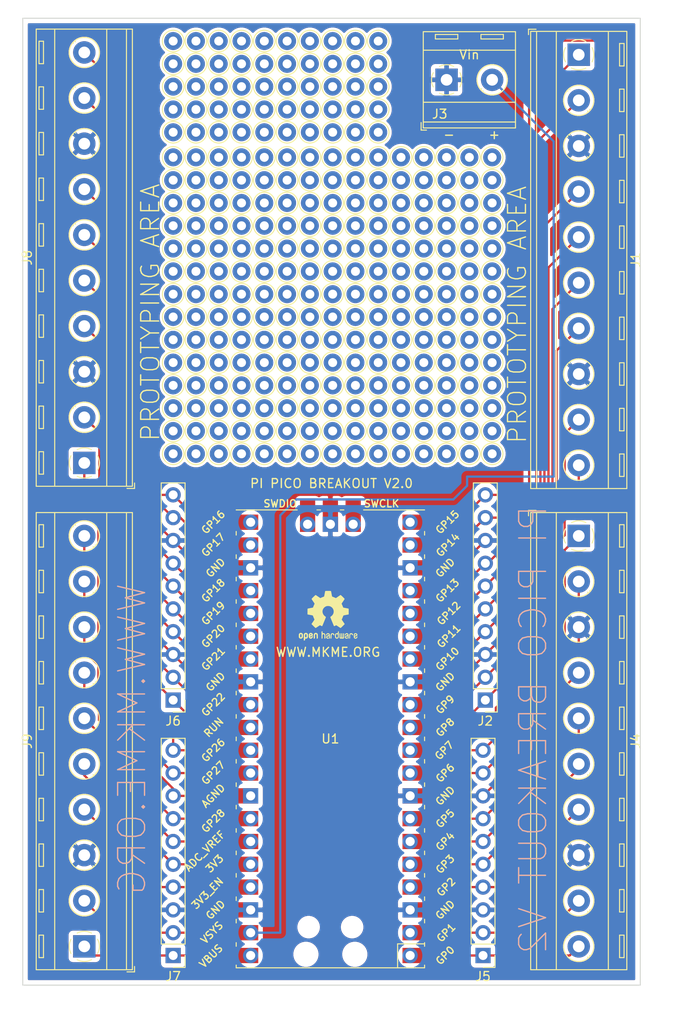
<source format=kicad_pcb>
(kicad_pcb (version 20171130) (host pcbnew "(5.1.6)-1")
  (layers (0 F.Cu signal) (31 B.Cu signal) (34 B.Paste user) (35 F.Paste user) (36 B.SilkS user) (37 F.SilkS user) (38 B.Mask user) (39 F.Mask user) (44 Edge.Cuts user))
  (net 0 "")
  (net 1 GPIO15)
  (net 2 GPIO14)
  (net 3 GND)
  (net 4 GPIO13)
  (net 5 GPIO12)
  (net 6 GPIO11)
  (net 7 GPIO10)
  (net 8 GPIO9)
  (net 9 GPIO8)
  (net 10 VSYS)
  (net 11 GPIO0)
  (net 12 GPIO1)
  (net 13 GPIO2)
  (net 14 GPIO3)
  (net 15 GPIO4)
  (net 16 GPIO5)
  (net 17 GPIO6)
  (net 18 GPIO7)
  (net 19 RUN)
  (net 20 GPIO22)
  (net 21 GPIO21)
  (net 22 GPIO20)
  (net 23 GPIO19)
  (net 24 GPIO18)
  (net 25 GPIO17)
  (net 26 GPIO16)
  (net 27 GPIO26_ADC0)
  (net 28 GPIO27_ADC1)
  (net 29 AGND)
  (net 30 GPIO28_ADC2)
  (net 31 ADC_VREF)
  (net 32 3v3)
  (net 33 3V3_EN)
  (net 34 VBUS)
  (net 35 "Net-(U1-Pad41)")
  (net 36 "Net-(U1-Pad43)")
  (module Symbol:OSHW-Logo2_7.3x6mm_SilkScreen (layer F.Cu) (at 222.504 110.744)
    (fp_text reference REF** hide)
    (fp_text value OSHW-Logo2_7.3x6mm_SilkScreen hide)
  )
  (module TestPoint:TestPoint_THTPad_D2.0mm_Drill1.0mm (layer F.Cu) (at 228.092 56.896)
    (fp_text reference " " hide)
    (fp_text value " " hide)
    (pad 1 thru_hole circle (at 0 0) (size 2 2) (drill 1) (layers *.Cu *.Mask))
  )
  (module TestPoint:TestPoint_THTPad_D2.0mm_Drill1.0mm (layer F.Cu) (at 225.552 56.896)
    (fp_text reference " " hide)
    (fp_text value " " hide)
    (pad 1 thru_hole circle (at 0 0) (size 2 2) (drill 1) (layers *.Cu *.Mask))
  )
  (module TestPoint:TestPoint_THTPad_D2.0mm_Drill1.0mm (layer F.Cu) (at 223.012 56.896)
    (fp_text reference " " hide)
    (fp_text value " " hide)
    (pad 1 thru_hole circle (at 0 0) (size 2 2) (drill 1) (layers *.Cu *.Mask))
  )
  (module TestPoint:TestPoint_THTPad_D2.0mm_Drill1.0mm (layer F.Cu) (at 220.472 56.896)
    (fp_text reference " " hide)
    (fp_text value " " hide)
    (pad 1 thru_hole circle (at 0 0) (size 2 2) (drill 1) (layers *.Cu *.Mask))
  )
  (module TestPoint:TestPoint_THTPad_D2.0mm_Drill1.0mm (layer F.Cu) (at 217.932 56.896)
    (fp_text reference " " hide)
    (fp_text value " " hide)
    (pad 1 thru_hole circle (at 0 0) (size 2 2) (drill 1) (layers *.Cu *.Mask))
  )
  (module TestPoint:TestPoint_THTPad_D2.0mm_Drill1.0mm (layer F.Cu) (at 215.392 56.896)
    (fp_text reference " " hide)
    (fp_text value " " hide)
    (pad 1 thru_hole circle (at 0 0) (size 2 2) (drill 1) (layers *.Cu *.Mask))
  )
  (module TestPoint:TestPoint_THTPad_D2.0mm_Drill1.0mm (layer F.Cu) (at 212.852 56.896)
    (fp_text reference " " hide)
    (fp_text value " " hide)
    (pad 1 thru_hole circle (at 0 0) (size 2 2) (drill 1) (layers *.Cu *.Mask))
  )
  (module TestPoint:TestPoint_THTPad_D2.0mm_Drill1.0mm (layer F.Cu) (at 210.312 56.896)
    (fp_text reference " " hide)
    (fp_text value " " hide)
    (pad 1 thru_hole circle (at 0 0) (size 2 2) (drill 1) (layers *.Cu *.Mask))
  )
  (module TestPoint:TestPoint_THTPad_D2.0mm_Drill1.0mm (layer F.Cu) (at 207.772 56.896)
    (fp_text reference " " hide)
    (fp_text value " " hide)
    (pad 1 thru_hole circle (at 0 0) (size 2 2) (drill 1) (layers *.Cu *.Mask))
  )
  (module TestPoint:TestPoint_THTPad_D2.0mm_Drill1.0mm (layer F.Cu) (at 205.232 56.896)
    (fp_text reference " " hide)
    (fp_text value " " hide)
    (pad 1 thru_hole circle (at 0 0) (size 2 2) (drill 1) (layers *.Cu *.Mask))
  )
  (module TestPoint:TestPoint_THTPad_D2.0mm_Drill1.0mm (layer F.Cu) (at 228.092 54.356)
    (fp_text reference " " hide)
    (fp_text value " " hide)
    (pad 1 thru_hole circle (at 0 0) (size 2 2) (drill 1) (layers *.Cu *.Mask))
  )
  (module TestPoint:TestPoint_THTPad_D2.0mm_Drill1.0mm (layer F.Cu) (at 225.552 54.356)
    (fp_text reference " " hide)
    (fp_text value " " hide)
    (pad 1 thru_hole circle (at 0 0) (size 2 2) (drill 1) (layers *.Cu *.Mask))
  )
  (module TestPoint:TestPoint_THTPad_D2.0mm_Drill1.0mm (layer F.Cu) (at 223.012 54.356)
    (fp_text reference " " hide)
    (fp_text value " " hide)
    (pad 1 thru_hole circle (at 0 0) (size 2 2) (drill 1) (layers *.Cu *.Mask))
  )
  (module TestPoint:TestPoint_THTPad_D2.0mm_Drill1.0mm (layer F.Cu) (at 220.472 54.356)
    (fp_text reference " " hide)
    (fp_text value " " hide)
    (pad 1 thru_hole circle (at 0 0) (size 2 2) (drill 1) (layers *.Cu *.Mask))
  )
  (module TestPoint:TestPoint_THTPad_D2.0mm_Drill1.0mm (layer F.Cu) (at 217.932 54.356)
    (fp_text reference " " hide)
    (fp_text value " " hide)
    (pad 1 thru_hole circle (at 0 0) (size 2 2) (drill 1) (layers *.Cu *.Mask))
  )
  (module TestPoint:TestPoint_THTPad_D2.0mm_Drill1.0mm (layer F.Cu) (at 215.392 54.356)
    (fp_text reference " " hide)
    (fp_text value " " hide)
    (pad 1 thru_hole circle (at 0 0) (size 2 2) (drill 1) (layers *.Cu *.Mask))
  )
  (module TestPoint:TestPoint_THTPad_D2.0mm_Drill1.0mm (layer F.Cu) (at 212.852 54.356)
    (fp_text reference " " hide)
    (fp_text value " " hide)
    (pad 1 thru_hole circle (at 0 0) (size 2 2) (drill 1) (layers *.Cu *.Mask))
  )
  (module TestPoint:TestPoint_THTPad_D2.0mm_Drill1.0mm (layer F.Cu) (at 210.312 54.356)
    (fp_text reference " " hide)
    (fp_text value " " hide)
    (pad 1 thru_hole circle (at 0 0) (size 2 2) (drill 1) (layers *.Cu *.Mask))
  )
  (module TestPoint:TestPoint_THTPad_D2.0mm_Drill1.0mm (layer F.Cu) (at 207.772 54.356)
    (fp_text reference " " hide)
    (fp_text value " " hide)
    (pad 1 thru_hole circle (at 0 0) (size 2 2) (drill 1) (layers *.Cu *.Mask))
  )
  (module TestPoint:TestPoint_THTPad_D2.0mm_Drill1.0mm (layer F.Cu) (at 205.232 54.356)
    (fp_text reference " " hide)
    (fp_text value " " hide)
    (pad 1 thru_hole circle (at 0 0) (size 2 2) (drill 1) (layers *.Cu *.Mask))
  )
  (module TestPoint:TestPoint_THTPad_D2.0mm_Drill1.0mm (layer F.Cu) (at 228.092 51.816)
    (fp_text reference " " hide)
    (fp_text value " " hide)
    (pad 1 thru_hole circle (at 0 0) (size 2 2) (drill 1) (layers *.Cu *.Mask))
  )
  (module TestPoint:TestPoint_THTPad_D2.0mm_Drill1.0mm (layer F.Cu) (at 225.552 51.816)
    (fp_text reference " " hide)
    (fp_text value " " hide)
    (pad 1 thru_hole circle (at 0 0) (size 2 2) (drill 1) (layers *.Cu *.Mask))
  )
  (module TestPoint:TestPoint_THTPad_D2.0mm_Drill1.0mm (layer F.Cu) (at 223.012 51.816)
    (fp_text reference " " hide)
    (fp_text value " " hide)
    (pad 1 thru_hole circle (at 0 0) (size 2 2) (drill 1) (layers *.Cu *.Mask))
  )
  (module TestPoint:TestPoint_THTPad_D2.0mm_Drill1.0mm (layer F.Cu) (at 220.472 51.816)
    (fp_text reference " " hide)
    (fp_text value " " hide)
    (pad 1 thru_hole circle (at 0 0) (size 2 2) (drill 1) (layers *.Cu *.Mask))
  )
  (module TestPoint:TestPoint_THTPad_D2.0mm_Drill1.0mm (layer F.Cu) (at 217.932 51.816)
    (fp_text reference " " hide)
    (fp_text value " " hide)
    (pad 1 thru_hole circle (at 0 0) (size 2 2) (drill 1) (layers *.Cu *.Mask))
  )
  (module TestPoint:TestPoint_THTPad_D2.0mm_Drill1.0mm (layer F.Cu) (at 215.392 51.816)
    (fp_text reference " " hide)
    (fp_text value " " hide)
    (pad 1 thru_hole circle (at 0 0) (size 2 2) (drill 1) (layers *.Cu *.Mask))
  )
  (module TestPoint:TestPoint_THTPad_D2.0mm_Drill1.0mm (layer F.Cu) (at 212.852 51.816)
    (fp_text reference " " hide)
    (fp_text value " " hide)
    (pad 1 thru_hole circle (at 0 0) (size 2 2) (drill 1) (layers *.Cu *.Mask))
  )
  (module TestPoint:TestPoint_THTPad_D2.0mm_Drill1.0mm (layer F.Cu) (at 210.312 51.816)
    (fp_text reference " " hide)
    (fp_text value " " hide)
    (pad 1 thru_hole circle (at 0 0) (size 2 2) (drill 1) (layers *.Cu *.Mask))
  )
  (module TestPoint:TestPoint_THTPad_D2.0mm_Drill1.0mm (layer F.Cu) (at 207.772 51.816)
    (fp_text reference " " hide)
    (fp_text value " " hide)
    (pad 1 thru_hole circle (at 0 0) (size 2 2) (drill 1) (layers *.Cu *.Mask))
  )
  (module TestPoint:TestPoint_THTPad_D2.0mm_Drill1.0mm (layer F.Cu) (at 205.232 51.816)
    (fp_text reference " " hide)
    (fp_text value " " hide)
    (pad 1 thru_hole circle (at 0 0) (size 2 2) (drill 1) (layers *.Cu *.Mask))
  )
  (module TestPoint:TestPoint_THTPad_D2.0mm_Drill1.0mm (layer F.Cu) (at 228.092 49.276)
    (fp_text reference " " hide)
    (fp_text value " " hide)
    (pad 1 thru_hole circle (at 0 0) (size 2 2) (drill 1) (layers *.Cu *.Mask))
  )
  (module TestPoint:TestPoint_THTPad_D2.0mm_Drill1.0mm (layer F.Cu) (at 225.552 49.276)
    (fp_text reference " " hide)
    (fp_text value " " hide)
    (pad 1 thru_hole circle (at 0 0) (size 2 2) (drill 1) (layers *.Cu *.Mask))
  )
  (module TestPoint:TestPoint_THTPad_D2.0mm_Drill1.0mm (layer F.Cu) (at 223.012 49.276)
    (fp_text reference " " hide)
    (fp_text value " " hide)
    (pad 1 thru_hole circle (at 0 0) (size 2 2) (drill 1) (layers *.Cu *.Mask))
  )
  (module TestPoint:TestPoint_THTPad_D2.0mm_Drill1.0mm (layer F.Cu) (at 220.472 49.276)
    (fp_text reference " " hide)
    (fp_text value " " hide)
    (pad 1 thru_hole circle (at 0 0) (size 2 2) (drill 1) (layers *.Cu *.Mask))
  )
  (module TestPoint:TestPoint_THTPad_D2.0mm_Drill1.0mm (layer F.Cu) (at 217.932 49.276)
    (fp_text reference " " hide)
    (fp_text value " " hide)
    (pad 1 thru_hole circle (at 0 0) (size 2 2) (drill 1) (layers *.Cu *.Mask))
  )
  (module TestPoint:TestPoint_THTPad_D2.0mm_Drill1.0mm (layer F.Cu) (at 215.392 49.276)
    (fp_text reference " " hide)
    (fp_text value " " hide)
    (pad 1 thru_hole circle (at 0 0) (size 2 2) (drill 1) (layers *.Cu *.Mask))
  )
  (module TestPoint:TestPoint_THTPad_D2.0mm_Drill1.0mm (layer F.Cu) (at 212.852 49.276)
    (fp_text reference " " hide)
    (fp_text value " " hide)
    (pad 1 thru_hole circle (at 0 0) (size 2 2) (drill 1) (layers *.Cu *.Mask))
  )
  (module TestPoint:TestPoint_THTPad_D2.0mm_Drill1.0mm (layer F.Cu) (at 210.312 49.276)
    (fp_text reference " " hide)
    (fp_text value " " hide)
    (pad 1 thru_hole circle (at 0 0) (size 2 2) (drill 1) (layers *.Cu *.Mask))
  )
  (module TestPoint:TestPoint_THTPad_D2.0mm_Drill1.0mm (layer F.Cu) (at 207.772 49.276)
    (fp_text reference " " hide)
    (fp_text value " " hide)
    (pad 1 thru_hole circle (at 0 0) (size 2 2) (drill 1) (layers *.Cu *.Mask))
  )
  (module TestPoint:TestPoint_THTPad_D2.0mm_Drill1.0mm (layer F.Cu) (at 205.232 49.276)
    (fp_text reference " " hide)
    (fp_text value " " hide)
    (pad 1 thru_hole circle (at 0 0) (size 2 2) (drill 1) (layers *.Cu *.Mask))
  )
  (module TestPoint:TestPoint_THTPad_D2.0mm_Drill1.0mm (layer F.Cu) (at 228.092 46.736)
    (fp_text reference " " hide)
    (fp_text value " " hide)
    (pad 1 thru_hole circle (at 0 0) (size 2 2) (drill 1) (layers *.Cu *.Mask))
  )
  (module TestPoint:TestPoint_THTPad_D2.0mm_Drill1.0mm (layer F.Cu) (at 225.552 46.736)
    (fp_text reference " " hide)
    (fp_text value " " hide)
    (pad 1 thru_hole circle (at 0 0) (size 2 2) (drill 1) (layers *.Cu *.Mask))
  )
  (module TestPoint:TestPoint_THTPad_D2.0mm_Drill1.0mm (layer F.Cu) (at 223.012 46.736)
    (fp_text reference " " hide)
    (fp_text value " " hide)
    (pad 1 thru_hole circle (at 0 0) (size 2 2) (drill 1) (layers *.Cu *.Mask))
  )
  (module TestPoint:TestPoint_THTPad_D2.0mm_Drill1.0mm (layer F.Cu) (at 220.472 46.736)
    (fp_text reference " " hide)
    (fp_text value " " hide)
    (pad 1 thru_hole circle (at 0 0) (size 2 2) (drill 1) (layers *.Cu *.Mask))
  )
  (module TestPoint:TestPoint_THTPad_D2.0mm_Drill1.0mm (layer F.Cu) (at 217.932 46.736)
    (fp_text reference " " hide)
    (fp_text value " " hide)
    (pad 1 thru_hole circle (at 0 0) (size 2 2) (drill 1) (layers *.Cu *.Mask))
  )
  (module TestPoint:TestPoint_THTPad_D2.0mm_Drill1.0mm (layer F.Cu) (at 215.392 46.736)
    (fp_text reference " " hide)
    (fp_text value " " hide)
    (pad 1 thru_hole circle (at 0 0) (size 2 2) (drill 1) (layers *.Cu *.Mask))
  )
  (module TestPoint:TestPoint_THTPad_D2.0mm_Drill1.0mm (layer F.Cu) (at 212.852 46.736)
    (fp_text reference " " hide)
    (fp_text value " " hide)
    (pad 1 thru_hole circle (at 0 0) (size 2 2) (drill 1) (layers *.Cu *.Mask))
  )
  (module TestPoint:TestPoint_THTPad_D2.0mm_Drill1.0mm (layer F.Cu) (at 210.312 46.736)
    (fp_text reference " " hide)
    (fp_text value " " hide)
    (pad 1 thru_hole circle (at 0 0) (size 2 2) (drill 1) (layers *.Cu *.Mask))
  )
  (module TestPoint:TestPoint_THTPad_D2.0mm_Drill1.0mm (layer F.Cu) (at 207.772 46.736)
    (fp_text reference " " hide)
    (fp_text value " " hide)
    (pad 1 thru_hole circle (at 0 0) (size 2 2) (drill 1) (layers *.Cu *.Mask))
  )
  (module TestPoint:TestPoint_THTPad_D2.0mm_Drill1.0mm (layer F.Cu) (at 205.232 46.736)
    (fp_text reference " " hide)
    (fp_text value " " hide)
    (pad 1 thru_hole circle (at 0 0) (size 2 2) (drill 1) (layers *.Cu *.Mask))
  )
  (module TestPoint:TestPoint_THTPad_D2.0mm_Drill1.0mm (layer F.Cu) (at 240.792 92.71)
    (fp_text reference " " hide)
    (fp_text value " " hide)
    (pad 1 thru_hole circle (at 0 0) (size 2 2) (drill 1) (layers *.Cu *.Mask))
  )
  (module TestPoint:TestPoint_THTPad_D2.0mm_Drill1.0mm (layer F.Cu) (at 238.252 92.71)
    (fp_text reference " " hide)
    (fp_text value " " hide)
    (pad 1 thru_hole circle (at 0 0) (size 2 2) (drill 1) (layers *.Cu *.Mask))
  )
  (module TestPoint:TestPoint_THTPad_D2.0mm_Drill1.0mm (layer F.Cu) (at 235.712 92.71)
    (fp_text reference " " hide)
    (fp_text value " " hide)
    (pad 1 thru_hole circle (at 0 0) (size 2 2) (drill 1) (layers *.Cu *.Mask))
  )
  (module TestPoint:TestPoint_THTPad_D2.0mm_Drill1.0mm (layer F.Cu) (at 233.172 92.71)
    (fp_text reference " " hide)
    (fp_text value " " hide)
    (pad 1 thru_hole circle (at 0 0) (size 2 2) (drill 1) (layers *.Cu *.Mask))
  )
  (module TestPoint:TestPoint_THTPad_D2.0mm_Drill1.0mm (layer F.Cu) (at 230.632 92.71)
    (fp_text reference " " hide)
    (fp_text value " " hide)
    (pad 1 thru_hole circle (at 0 0) (size 2 2) (drill 1) (layers *.Cu *.Mask))
  )
  (module TestPoint:TestPoint_THTPad_D2.0mm_Drill1.0mm (layer F.Cu) (at 228.092 92.71)
    (fp_text reference " " hide)
    (fp_text value " " hide)
    (pad 1 thru_hole circle (at 0 0) (size 2 2) (drill 1) (layers *.Cu *.Mask))
  )
  (module TestPoint:TestPoint_THTPad_D2.0mm_Drill1.0mm (layer F.Cu) (at 225.552 92.71)
    (fp_text reference " " hide)
    (fp_text value " " hide)
    (pad 1 thru_hole circle (at 0 0) (size 2 2) (drill 1) (layers *.Cu *.Mask))
  )
  (module TestPoint:TestPoint_THTPad_D2.0mm_Drill1.0mm (layer F.Cu) (at 223.012 92.71)
    (fp_text reference " " hide)
    (fp_text value " " hide)
    (pad 1 thru_hole circle (at 0 0) (size 2 2) (drill 1) (layers *.Cu *.Mask))
  )
  (module TestPoint:TestPoint_THTPad_D2.0mm_Drill1.0mm (layer F.Cu) (at 220.472 92.71)
    (fp_text reference " " hide)
    (fp_text value " " hide)
    (pad 1 thru_hole circle (at 0 0) (size 2 2) (drill 1) (layers *.Cu *.Mask))
  )
  (module TestPoint:TestPoint_THTPad_D2.0mm_Drill1.0mm (layer F.Cu) (at 217.932 92.71)
    (fp_text reference " " hide)
    (fp_text value " " hide)
    (pad 1 thru_hole circle (at 0 0) (size 2 2) (drill 1) (layers *.Cu *.Mask))
  )
  (module TestPoint:TestPoint_THTPad_D2.0mm_Drill1.0mm (layer F.Cu) (at 215.392 92.71)
    (fp_text reference " " hide)
    (fp_text value " " hide)
    (pad 1 thru_hole circle (at 0 0) (size 2 2) (drill 1) (layers *.Cu *.Mask))
  )
  (module TestPoint:TestPoint_THTPad_D2.0mm_Drill1.0mm (layer F.Cu) (at 212.852 92.71)
    (fp_text reference " " hide)
    (fp_text value " " hide)
    (pad 1 thru_hole circle (at 0 0) (size 2 2) (drill 1) (layers *.Cu *.Mask))
  )
  (module TestPoint:TestPoint_THTPad_D2.0mm_Drill1.0mm (layer F.Cu) (at 210.312 92.71)
    (fp_text reference " " hide)
    (fp_text value " " hide)
    (pad 1 thru_hole circle (at 0 0) (size 2 2) (drill 1) (layers *.Cu *.Mask))
  )
  (module TestPoint:TestPoint_THTPad_D2.0mm_Drill1.0mm (layer F.Cu) (at 207.772 92.71)
    (fp_text reference " " hide)
    (fp_text value " " hide)
    (pad 1 thru_hole circle (at 0 0) (size 2 2) (drill 1) (layers *.Cu *.Mask))
  )
  (module TestPoint:TestPoint_THTPad_D2.0mm_Drill1.0mm (layer F.Cu) (at 205.232 92.71)
    (fp_text reference " " hide)
    (fp_text value " " hide)
    (pad 1 thru_hole circle (at 0 0) (size 2 2) (drill 1) (layers *.Cu *.Mask))
  )
  (module TestPoint:TestPoint_THTPad_D2.0mm_Drill1.0mm (layer F.Cu) (at 240.792 90.17)
    (fp_text reference " " hide)
    (fp_text value " " hide)
    (pad 1 thru_hole circle (at 0 0) (size 2 2) (drill 1) (layers *.Cu *.Mask))
  )
  (module TestPoint:TestPoint_THTPad_D2.0mm_Drill1.0mm (layer F.Cu) (at 238.252 90.17)
    (fp_text reference " " hide)
    (fp_text value " " hide)
    (pad 1 thru_hole circle (at 0 0) (size 2 2) (drill 1) (layers *.Cu *.Mask))
  )
  (module TestPoint:TestPoint_THTPad_D2.0mm_Drill1.0mm (layer F.Cu) (at 235.712 90.17)
    (fp_text reference " " hide)
    (fp_text value " " hide)
    (pad 1 thru_hole circle (at 0 0) (size 2 2) (drill 1) (layers *.Cu *.Mask))
  )
  (module TestPoint:TestPoint_THTPad_D2.0mm_Drill1.0mm (layer F.Cu) (at 233.172 90.17)
    (fp_text reference " " hide)
    (fp_text value " " hide)
    (pad 1 thru_hole circle (at 0 0) (size 2 2) (drill 1) (layers *.Cu *.Mask))
  )
  (module TestPoint:TestPoint_THTPad_D2.0mm_Drill1.0mm (layer F.Cu) (at 230.632 90.17)
    (fp_text reference " " hide)
    (fp_text value " " hide)
    (pad 1 thru_hole circle (at 0 0) (size 2 2) (drill 1) (layers *.Cu *.Mask))
  )
  (module TestPoint:TestPoint_THTPad_D2.0mm_Drill1.0mm (layer F.Cu) (at 228.092 90.17)
    (fp_text reference " " hide)
    (fp_text value " " hide)
    (pad 1 thru_hole circle (at 0 0) (size 2 2) (drill 1) (layers *.Cu *.Mask))
  )
  (module TestPoint:TestPoint_THTPad_D2.0mm_Drill1.0mm (layer F.Cu) (at 225.552 90.17)
    (fp_text reference " " hide)
    (fp_text value " " hide)
    (pad 1 thru_hole circle (at 0 0) (size 2 2) (drill 1) (layers *.Cu *.Mask))
  )
  (module TestPoint:TestPoint_THTPad_D2.0mm_Drill1.0mm (layer F.Cu) (at 223.012 90.17)
    (fp_text reference " " hide)
    (fp_text value " " hide)
    (pad 1 thru_hole circle (at 0 0) (size 2 2) (drill 1) (layers *.Cu *.Mask))
  )
  (module TestPoint:TestPoint_THTPad_D2.0mm_Drill1.0mm (layer F.Cu) (at 220.472 90.17)
    (fp_text reference " " hide)
    (fp_text value " " hide)
    (pad 1 thru_hole circle (at 0 0) (size 2 2) (drill 1) (layers *.Cu *.Mask))
  )
  (module TestPoint:TestPoint_THTPad_D2.0mm_Drill1.0mm (layer F.Cu) (at 217.932 90.17)
    (fp_text reference " " hide)
    (fp_text value " " hide)
    (pad 1 thru_hole circle (at 0 0) (size 2 2) (drill 1) (layers *.Cu *.Mask))
  )
  (module TestPoint:TestPoint_THTPad_D2.0mm_Drill1.0mm (layer F.Cu) (at 215.392 90.17)
    (fp_text reference " " hide)
    (fp_text value " " hide)
    (pad 1 thru_hole circle (at 0 0) (size 2 2) (drill 1) (layers *.Cu *.Mask))
  )
  (module TestPoint:TestPoint_THTPad_D2.0mm_Drill1.0mm (layer F.Cu) (at 212.852 90.17)
    (fp_text reference " " hide)
    (fp_text value " " hide)
    (pad 1 thru_hole circle (at 0 0) (size 2 2) (drill 1) (layers *.Cu *.Mask))
  )
  (module TestPoint:TestPoint_THTPad_D2.0mm_Drill1.0mm (layer F.Cu) (at 210.312 90.17)
    (fp_text reference " " hide)
    (fp_text value " " hide)
    (pad 1 thru_hole circle (at 0 0) (size 2 2) (drill 1) (layers *.Cu *.Mask))
  )
  (module TestPoint:TestPoint_THTPad_D2.0mm_Drill1.0mm (layer F.Cu) (at 207.772 90.17)
    (fp_text reference " " hide)
    (fp_text value " " hide)
    (pad 1 thru_hole circle (at 0 0) (size 2 2) (drill 1) (layers *.Cu *.Mask))
  )
  (module TestPoint:TestPoint_THTPad_D2.0mm_Drill1.0mm (layer F.Cu) (at 205.232 90.17)
    (fp_text reference " " hide)
    (fp_text value " " hide)
    (pad 1 thru_hole circle (at 0 0) (size 2 2) (drill 1) (layers *.Cu *.Mask))
  )
  (module TestPoint:TestPoint_THTPad_D2.0mm_Drill1.0mm (layer F.Cu) (at 240.792 87.63)
    (fp_text reference " " hide)
    (fp_text value " " hide)
    (pad 1 thru_hole circle (at 0 0) (size 2 2) (drill 1) (layers *.Cu *.Mask))
  )
  (module TestPoint:TestPoint_THTPad_D2.0mm_Drill1.0mm (layer F.Cu) (at 238.252 87.63)
    (fp_text reference " " hide)
    (fp_text value " " hide)
    (pad 1 thru_hole circle (at 0 0) (size 2 2) (drill 1) (layers *.Cu *.Mask))
  )
  (module TestPoint:TestPoint_THTPad_D2.0mm_Drill1.0mm (layer F.Cu) (at 235.712 87.63)
    (fp_text reference " " hide)
    (fp_text value " " hide)
    (pad 1 thru_hole circle (at 0 0) (size 2 2) (drill 1) (layers *.Cu *.Mask))
  )
  (module TestPoint:TestPoint_THTPad_D2.0mm_Drill1.0mm (layer F.Cu) (at 233.172 87.63)
    (fp_text reference " " hide)
    (fp_text value " " hide)
    (pad 1 thru_hole circle (at 0 0) (size 2 2) (drill 1) (layers *.Cu *.Mask))
  )
  (module TestPoint:TestPoint_THTPad_D2.0mm_Drill1.0mm (layer F.Cu) (at 230.632 87.63)
    (fp_text reference " " hide)
    (fp_text value " " hide)
    (pad 1 thru_hole circle (at 0 0) (size 2 2) (drill 1) (layers *.Cu *.Mask))
  )
  (module TestPoint:TestPoint_THTPad_D2.0mm_Drill1.0mm (layer F.Cu) (at 228.092 87.63)
    (fp_text reference " " hide)
    (fp_text value " " hide)
    (pad 1 thru_hole circle (at 0 0) (size 2 2) (drill 1) (layers *.Cu *.Mask))
  )
  (module TestPoint:TestPoint_THTPad_D2.0mm_Drill1.0mm (layer F.Cu) (at 225.552 87.63)
    (fp_text reference " " hide)
    (fp_text value " " hide)
    (pad 1 thru_hole circle (at 0 0) (size 2 2) (drill 1) (layers *.Cu *.Mask))
  )
  (module TestPoint:TestPoint_THTPad_D2.0mm_Drill1.0mm (layer F.Cu) (at 223.012 87.63)
    (fp_text reference " " hide)
    (fp_text value " " hide)
    (pad 1 thru_hole circle (at 0 0) (size 2 2) (drill 1) (layers *.Cu *.Mask))
  )
  (module TestPoint:TestPoint_THTPad_D2.0mm_Drill1.0mm (layer F.Cu) (at 220.472 87.63)
    (fp_text reference " " hide)
    (fp_text value " " hide)
    (pad 1 thru_hole circle (at 0 0) (size 2 2) (drill 1) (layers *.Cu *.Mask))
  )
  (module TestPoint:TestPoint_THTPad_D2.0mm_Drill1.0mm (layer F.Cu) (at 217.932 87.63)
    (fp_text reference " " hide)
    (fp_text value " " hide)
    (pad 1 thru_hole circle (at 0 0) (size 2 2) (drill 1) (layers *.Cu *.Mask))
  )
  (module TestPoint:TestPoint_THTPad_D2.0mm_Drill1.0mm (layer F.Cu) (at 215.392 87.63)
    (fp_text reference " " hide)
    (fp_text value " " hide)
    (pad 1 thru_hole circle (at 0 0) (size 2 2) (drill 1) (layers *.Cu *.Mask))
  )
  (module TestPoint:TestPoint_THTPad_D2.0mm_Drill1.0mm (layer F.Cu) (at 212.852 87.63)
    (fp_text reference " " hide)
    (fp_text value " " hide)
    (pad 1 thru_hole circle (at 0 0) (size 2 2) (drill 1) (layers *.Cu *.Mask))
  )
  (module TestPoint:TestPoint_THTPad_D2.0mm_Drill1.0mm (layer F.Cu) (at 210.312 87.63)
    (fp_text reference " " hide)
    (fp_text value " " hide)
    (pad 1 thru_hole circle (at 0 0) (size 2 2) (drill 1) (layers *.Cu *.Mask))
  )
  (module TestPoint:TestPoint_THTPad_D2.0mm_Drill1.0mm (layer F.Cu) (at 207.772 87.63)
    (fp_text reference " " hide)
    (fp_text value " " hide)
    (pad 1 thru_hole circle (at 0 0) (size 2 2) (drill 1) (layers *.Cu *.Mask))
  )
  (module TestPoint:TestPoint_THTPad_D2.0mm_Drill1.0mm (layer F.Cu) (at 205.232 87.63)
    (fp_text reference " " hide)
    (fp_text value " " hide)
    (pad 1 thru_hole circle (at 0 0) (size 2 2) (drill 1) (layers *.Cu *.Mask))
  )
  (module TestPoint:TestPoint_THTPad_D2.0mm_Drill1.0mm (layer F.Cu) (at 240.792 85.09)
    (fp_text reference " " hide)
    (fp_text value " " hide)
    (pad 1 thru_hole circle (at 0 0) (size 2 2) (drill 1) (layers *.Cu *.Mask))
  )
  (module TestPoint:TestPoint_THTPad_D2.0mm_Drill1.0mm (layer F.Cu) (at 238.252 85.09)
    (fp_text reference " " hide)
    (fp_text value " " hide)
    (pad 1 thru_hole circle (at 0 0) (size 2 2) (drill 1) (layers *.Cu *.Mask))
  )
  (module TestPoint:TestPoint_THTPad_D2.0mm_Drill1.0mm (layer F.Cu) (at 235.712 85.09)
    (fp_text reference " " hide)
    (fp_text value " " hide)
    (pad 1 thru_hole circle (at 0 0) (size 2 2) (drill 1) (layers *.Cu *.Mask))
  )
  (module TestPoint:TestPoint_THTPad_D2.0mm_Drill1.0mm (layer F.Cu) (at 233.172 85.09)
    (fp_text reference " " hide)
    (fp_text value " " hide)
    (pad 1 thru_hole circle (at 0 0) (size 2 2) (drill 1) (layers *.Cu *.Mask))
  )
  (module TestPoint:TestPoint_THTPad_D2.0mm_Drill1.0mm (layer F.Cu) (at 230.632 85.09)
    (fp_text reference " " hide)
    (fp_text value " " hide)
    (pad 1 thru_hole circle (at 0 0) (size 2 2) (drill 1) (layers *.Cu *.Mask))
  )
  (module TestPoint:TestPoint_THTPad_D2.0mm_Drill1.0mm (layer F.Cu) (at 228.092 85.09)
    (fp_text reference " " hide)
    (fp_text value " " hide)
    (pad 1 thru_hole circle (at 0 0) (size 2 2) (drill 1) (layers *.Cu *.Mask))
  )
  (module TestPoint:TestPoint_THTPad_D2.0mm_Drill1.0mm (layer F.Cu) (at 225.552 85.09)
    (fp_text reference " " hide)
    (fp_text value " " hide)
    (pad 1 thru_hole circle (at 0 0) (size 2 2) (drill 1) (layers *.Cu *.Mask))
  )
  (module TestPoint:TestPoint_THTPad_D2.0mm_Drill1.0mm (layer F.Cu) (at 223.012 85.09)
    (fp_text reference " " hide)
    (fp_text value " " hide)
    (pad 1 thru_hole circle (at 0 0) (size 2 2) (drill 1) (layers *.Cu *.Mask))
  )
  (module TestPoint:TestPoint_THTPad_D2.0mm_Drill1.0mm (layer F.Cu) (at 220.472 85.09)
    (fp_text reference " " hide)
    (fp_text value " " hide)
    (pad 1 thru_hole circle (at 0 0) (size 2 2) (drill 1) (layers *.Cu *.Mask))
  )
  (module TestPoint:TestPoint_THTPad_D2.0mm_Drill1.0mm (layer F.Cu) (at 217.932 85.09)
    (fp_text reference " " hide)
    (fp_text value " " hide)
    (pad 1 thru_hole circle (at 0 0) (size 2 2) (drill 1) (layers *.Cu *.Mask))
  )
  (module TestPoint:TestPoint_THTPad_D2.0mm_Drill1.0mm (layer F.Cu) (at 215.392 85.09)
    (fp_text reference " " hide)
    (fp_text value " " hide)
    (pad 1 thru_hole circle (at 0 0) (size 2 2) (drill 1) (layers *.Cu *.Mask))
  )
  (module TestPoint:TestPoint_THTPad_D2.0mm_Drill1.0mm (layer F.Cu) (at 212.852 85.09)
    (fp_text reference " " hide)
    (fp_text value " " hide)
    (pad 1 thru_hole circle (at 0 0) (size 2 2) (drill 1) (layers *.Cu *.Mask))
  )
  (module TestPoint:TestPoint_THTPad_D2.0mm_Drill1.0mm (layer F.Cu) (at 210.312 85.09)
    (fp_text reference " " hide)
    (fp_text value " " hide)
    (pad 1 thru_hole circle (at 0 0) (size 2 2) (drill 1) (layers *.Cu *.Mask))
  )
  (module TestPoint:TestPoint_THTPad_D2.0mm_Drill1.0mm (layer F.Cu) (at 207.772 85.09)
    (fp_text reference " " hide)
    (fp_text value " " hide)
    (pad 1 thru_hole circle (at 0 0) (size 2 2) (drill 1) (layers *.Cu *.Mask))
  )
  (module TestPoint:TestPoint_THTPad_D2.0mm_Drill1.0mm (layer F.Cu) (at 205.232 85.09)
    (fp_text reference " " hide)
    (fp_text value " " hide)
    (pad 1 thru_hole circle (at 0 0) (size 2 2) (drill 1) (layers *.Cu *.Mask))
  )
  (module TestPoint:TestPoint_THTPad_D2.0mm_Drill1.0mm (layer F.Cu) (at 240.792 82.55)
    (fp_text reference " " hide)
    (fp_text value " " hide)
    (pad 1 thru_hole circle (at 0 0) (size 2 2) (drill 1) (layers *.Cu *.Mask))
  )
  (module TestPoint:TestPoint_THTPad_D2.0mm_Drill1.0mm (layer F.Cu) (at 238.252 82.55)
    (fp_text reference " " hide)
    (fp_text value " " hide)
    (pad 1 thru_hole circle (at 0 0) (size 2 2) (drill 1) (layers *.Cu *.Mask))
  )
  (module TestPoint:TestPoint_THTPad_D2.0mm_Drill1.0mm (layer F.Cu) (at 235.712 82.55)
    (fp_text reference " " hide)
    (fp_text value " " hide)
    (pad 1 thru_hole circle (at 0 0) (size 2 2) (drill 1) (layers *.Cu *.Mask))
  )
  (module TestPoint:TestPoint_THTPad_D2.0mm_Drill1.0mm (layer F.Cu) (at 233.172 82.55)
    (fp_text reference " " hide)
    (fp_text value " " hide)
    (pad 1 thru_hole circle (at 0 0) (size 2 2) (drill 1) (layers *.Cu *.Mask))
  )
  (module TestPoint:TestPoint_THTPad_D2.0mm_Drill1.0mm (layer F.Cu) (at 230.632 82.55)
    (fp_text reference " " hide)
    (fp_text value " " hide)
    (pad 1 thru_hole circle (at 0 0) (size 2 2) (drill 1) (layers *.Cu *.Mask))
  )
  (module TestPoint:TestPoint_THTPad_D2.0mm_Drill1.0mm (layer F.Cu) (at 228.092 82.55)
    (fp_text reference " " hide)
    (fp_text value " " hide)
    (pad 1 thru_hole circle (at 0 0) (size 2 2) (drill 1) (layers *.Cu *.Mask))
  )
  (module TestPoint:TestPoint_THTPad_D2.0mm_Drill1.0mm (layer F.Cu) (at 225.552 82.55)
    (fp_text reference " " hide)
    (fp_text value " " hide)
    (pad 1 thru_hole circle (at 0 0) (size 2 2) (drill 1) (layers *.Cu *.Mask))
  )
  (module TestPoint:TestPoint_THTPad_D2.0mm_Drill1.0mm (layer F.Cu) (at 223.012 82.55)
    (fp_text reference " " hide)
    (fp_text value " " hide)
    (pad 1 thru_hole circle (at 0 0) (size 2 2) (drill 1) (layers *.Cu *.Mask))
  )
  (module TestPoint:TestPoint_THTPad_D2.0mm_Drill1.0mm (layer F.Cu) (at 220.472 82.55)
    (fp_text reference " " hide)
    (fp_text value " " hide)
    (pad 1 thru_hole circle (at 0 0) (size 2 2) (drill 1) (layers *.Cu *.Mask))
  )
  (module TestPoint:TestPoint_THTPad_D2.0mm_Drill1.0mm (layer F.Cu) (at 217.932 82.55)
    (fp_text reference " " hide)
    (fp_text value " " hide)
    (pad 1 thru_hole circle (at 0 0) (size 2 2) (drill 1) (layers *.Cu *.Mask))
  )
  (module TestPoint:TestPoint_THTPad_D2.0mm_Drill1.0mm (layer F.Cu) (at 215.392 82.55)
    (fp_text reference " " hide)
    (fp_text value " " hide)
    (pad 1 thru_hole circle (at 0 0) (size 2 2) (drill 1) (layers *.Cu *.Mask))
  )
  (module TestPoint:TestPoint_THTPad_D2.0mm_Drill1.0mm (layer F.Cu) (at 212.852 82.55)
    (fp_text reference " " hide)
    (fp_text value " " hide)
    (pad 1 thru_hole circle (at 0 0) (size 2 2) (drill 1) (layers *.Cu *.Mask))
  )
  (module TestPoint:TestPoint_THTPad_D2.0mm_Drill1.0mm (layer F.Cu) (at 210.312 82.55)
    (fp_text reference " " hide)
    (fp_text value " " hide)
    (pad 1 thru_hole circle (at 0 0) (size 2 2) (drill 1) (layers *.Cu *.Mask))
  )
  (module TestPoint:TestPoint_THTPad_D2.0mm_Drill1.0mm (layer F.Cu) (at 207.772 82.55)
    (fp_text reference " " hide)
    (fp_text value " " hide)
    (pad 1 thru_hole circle (at 0 0) (size 2 2) (drill 1) (layers *.Cu *.Mask))
  )
  (module TestPoint:TestPoint_THTPad_D2.0mm_Drill1.0mm (layer F.Cu) (at 205.232 82.55)
    (fp_text reference " " hide)
    (fp_text value " " hide)
    (pad 1 thru_hole circle (at 0 0) (size 2 2) (drill 1) (layers *.Cu *.Mask))
  )
  (module TestPoint:TestPoint_THTPad_D2.0mm_Drill1.0mm (layer F.Cu) (at 240.792 80.01)
    (fp_text reference " " hide)
    (fp_text value " " hide)
    (pad 1 thru_hole circle (at 0 0) (size 2 2) (drill 1) (layers *.Cu *.Mask))
  )
  (module TestPoint:TestPoint_THTPad_D2.0mm_Drill1.0mm (layer F.Cu) (at 238.252 80.01)
    (fp_text reference " " hide)
    (fp_text value " " hide)
    (pad 1 thru_hole circle (at 0 0) (size 2 2) (drill 1) (layers *.Cu *.Mask))
  )
  (module TestPoint:TestPoint_THTPad_D2.0mm_Drill1.0mm (layer F.Cu) (at 235.712 80.01)
    (fp_text reference " " hide)
    (fp_text value " " hide)
    (pad 1 thru_hole circle (at 0 0) (size 2 2) (drill 1) (layers *.Cu *.Mask))
  )
  (module TestPoint:TestPoint_THTPad_D2.0mm_Drill1.0mm (layer F.Cu) (at 233.172 80.01)
    (fp_text reference " " hide)
    (fp_text value " " hide)
    (pad 1 thru_hole circle (at 0 0) (size 2 2) (drill 1) (layers *.Cu *.Mask))
  )
  (module TestPoint:TestPoint_THTPad_D2.0mm_Drill1.0mm (layer F.Cu) (at 230.632 80.01)
    (fp_text reference " " hide)
    (fp_text value " " hide)
    (pad 1 thru_hole circle (at 0 0) (size 2 2) (drill 1) (layers *.Cu *.Mask))
  )
  (module TestPoint:TestPoint_THTPad_D2.0mm_Drill1.0mm (layer F.Cu) (at 228.092 80.01)
    (fp_text reference " " hide)
    (fp_text value " " hide)
    (pad 1 thru_hole circle (at 0 0) (size 2 2) (drill 1) (layers *.Cu *.Mask))
  )
  (module TestPoint:TestPoint_THTPad_D2.0mm_Drill1.0mm (layer F.Cu) (at 225.552 80.01)
    (fp_text reference " " hide)
    (fp_text value " " hide)
    (pad 1 thru_hole circle (at 0 0) (size 2 2) (drill 1) (layers *.Cu *.Mask))
  )
  (module TestPoint:TestPoint_THTPad_D2.0mm_Drill1.0mm (layer F.Cu) (at 223.012 80.01)
    (fp_text reference " " hide)
    (fp_text value " " hide)
    (pad 1 thru_hole circle (at 0 0) (size 2 2) (drill 1) (layers *.Cu *.Mask))
  )
  (module TestPoint:TestPoint_THTPad_D2.0mm_Drill1.0mm (layer F.Cu) (at 220.472 80.01)
    (fp_text reference " " hide)
    (fp_text value " " hide)
    (pad 1 thru_hole circle (at 0 0) (size 2 2) (drill 1) (layers *.Cu *.Mask))
  )
  (module TestPoint:TestPoint_THTPad_D2.0mm_Drill1.0mm (layer F.Cu) (at 217.932 80.01)
    (fp_text reference " " hide)
    (fp_text value " " hide)
    (pad 1 thru_hole circle (at 0 0) (size 2 2) (drill 1) (layers *.Cu *.Mask))
  )
  (module TestPoint:TestPoint_THTPad_D2.0mm_Drill1.0mm (layer F.Cu) (at 215.392 80.01)
    (fp_text reference " " hide)
    (fp_text value " " hide)
    (pad 1 thru_hole circle (at 0 0) (size 2 2) (drill 1) (layers *.Cu *.Mask))
  )
  (module TestPoint:TestPoint_THTPad_D2.0mm_Drill1.0mm (layer F.Cu) (at 212.852 80.01)
    (fp_text reference " " hide)
    (fp_text value " " hide)
    (pad 1 thru_hole circle (at 0 0) (size 2 2) (drill 1) (layers *.Cu *.Mask))
  )
  (module TestPoint:TestPoint_THTPad_D2.0mm_Drill1.0mm (layer F.Cu) (at 210.312 80.01)
    (fp_text reference " " hide)
    (fp_text value " " hide)
    (pad 1 thru_hole circle (at 0 0) (size 2 2) (drill 1) (layers *.Cu *.Mask))
  )
  (module TestPoint:TestPoint_THTPad_D2.0mm_Drill1.0mm (layer F.Cu) (at 207.772 80.01)
    (fp_text reference " " hide)
    (fp_text value " " hide)
    (pad 1 thru_hole circle (at 0 0) (size 2 2) (drill 1) (layers *.Cu *.Mask))
  )
  (module TestPoint:TestPoint_THTPad_D2.0mm_Drill1.0mm (layer F.Cu) (at 205.232 80.01)
    (fp_text reference " " hide)
    (fp_text value " " hide)
    (pad 1 thru_hole circle (at 0 0) (size 2 2) (drill 1) (layers *.Cu *.Mask))
  )
  (module TestPoint:TestPoint_THTPad_D2.0mm_Drill1.0mm (layer F.Cu) (at 240.792 77.47)
    (fp_text reference " " hide)
    (fp_text value " " hide)
    (pad 1 thru_hole circle (at 0 0) (size 2 2) (drill 1) (layers *.Cu *.Mask))
  )
  (module TestPoint:TestPoint_THTPad_D2.0mm_Drill1.0mm (layer F.Cu) (at 238.252 77.47)
    (fp_text reference " " hide)
    (fp_text value " " hide)
    (pad 1 thru_hole circle (at 0 0) (size 2 2) (drill 1) (layers *.Cu *.Mask))
  )
  (module TestPoint:TestPoint_THTPad_D2.0mm_Drill1.0mm (layer F.Cu) (at 235.712 77.47)
    (fp_text reference " " hide)
    (fp_text value " " hide)
    (pad 1 thru_hole circle (at 0 0) (size 2 2) (drill 1) (layers *.Cu *.Mask))
  )
  (module TestPoint:TestPoint_THTPad_D2.0mm_Drill1.0mm (layer F.Cu) (at 233.172 77.47)
    (fp_text reference " " hide)
    (fp_text value " " hide)
    (pad 1 thru_hole circle (at 0 0) (size 2 2) (drill 1) (layers *.Cu *.Mask))
  )
  (module TestPoint:TestPoint_THTPad_D2.0mm_Drill1.0mm (layer F.Cu) (at 230.632 77.47)
    (fp_text reference " " hide)
    (fp_text value " " hide)
    (pad 1 thru_hole circle (at 0 0) (size 2 2) (drill 1) (layers *.Cu *.Mask))
  )
  (module TestPoint:TestPoint_THTPad_D2.0mm_Drill1.0mm (layer F.Cu) (at 228.092 77.47)
    (fp_text reference " " hide)
    (fp_text value " " hide)
    (pad 1 thru_hole circle (at 0 0) (size 2 2) (drill 1) (layers *.Cu *.Mask))
  )
  (module TestPoint:TestPoint_THTPad_D2.0mm_Drill1.0mm (layer F.Cu) (at 225.552 77.47)
    (fp_text reference " " hide)
    (fp_text value " " hide)
    (pad 1 thru_hole circle (at 0 0) (size 2 2) (drill 1) (layers *.Cu *.Mask))
  )
  (module TestPoint:TestPoint_THTPad_D2.0mm_Drill1.0mm (layer F.Cu) (at 223.012 77.47)
    (fp_text reference " " hide)
    (fp_text value " " hide)
    (pad 1 thru_hole circle (at 0 0) (size 2 2) (drill 1) (layers *.Cu *.Mask))
  )
  (module TestPoint:TestPoint_THTPad_D2.0mm_Drill1.0mm (layer F.Cu) (at 220.472 77.47)
    (fp_text reference " " hide)
    (fp_text value " " hide)
    (pad 1 thru_hole circle (at 0 0) (size 2 2) (drill 1) (layers *.Cu *.Mask))
  )
  (module TestPoint:TestPoint_THTPad_D2.0mm_Drill1.0mm (layer F.Cu) (at 217.932 77.47)
    (fp_text reference " " hide)
    (fp_text value " " hide)
    (pad 1 thru_hole circle (at 0 0) (size 2 2) (drill 1) (layers *.Cu *.Mask))
  )
  (module TestPoint:TestPoint_THTPad_D2.0mm_Drill1.0mm (layer F.Cu) (at 215.392 77.47)
    (fp_text reference " " hide)
    (fp_text value " " hide)
    (pad 1 thru_hole circle (at 0 0) (size 2 2) (drill 1) (layers *.Cu *.Mask))
  )
  (module TestPoint:TestPoint_THTPad_D2.0mm_Drill1.0mm (layer F.Cu) (at 212.852 77.47)
    (fp_text reference " " hide)
    (fp_text value " " hide)
    (pad 1 thru_hole circle (at 0 0) (size 2 2) (drill 1) (layers *.Cu *.Mask))
  )
  (module TestPoint:TestPoint_THTPad_D2.0mm_Drill1.0mm (layer F.Cu) (at 210.312 77.47)
    (fp_text reference " " hide)
    (fp_text value " " hide)
    (pad 1 thru_hole circle (at 0 0) (size 2 2) (drill 1) (layers *.Cu *.Mask))
  )
  (module TestPoint:TestPoint_THTPad_D2.0mm_Drill1.0mm (layer F.Cu) (at 207.772 77.47)
    (fp_text reference " " hide)
    (fp_text value " " hide)
    (pad 1 thru_hole circle (at 0 0) (size 2 2) (drill 1) (layers *.Cu *.Mask))
  )
  (module TestPoint:TestPoint_THTPad_D2.0mm_Drill1.0mm (layer F.Cu) (at 205.232 77.47)
    (fp_text reference " " hide)
    (fp_text value " " hide)
    (pad 1 thru_hole circle (at 0 0) (size 2 2) (drill 1) (layers *.Cu *.Mask))
  )
  (module TestPoint:TestPoint_THTPad_D2.0mm_Drill1.0mm (layer F.Cu) (at 240.792 74.93)
    (fp_text reference " " hide)
    (fp_text value " " hide)
    (pad 1 thru_hole circle (at 0 0) (size 2 2) (drill 1) (layers *.Cu *.Mask))
  )
  (module TestPoint:TestPoint_THTPad_D2.0mm_Drill1.0mm (layer F.Cu) (at 238.252 74.93)
    (fp_text reference " " hide)
    (fp_text value " " hide)
    (pad 1 thru_hole circle (at 0 0) (size 2 2) (drill 1) (layers *.Cu *.Mask))
  )
  (module TestPoint:TestPoint_THTPad_D2.0mm_Drill1.0mm (layer F.Cu) (at 235.712 74.93)
    (fp_text reference " " hide)
    (fp_text value " " hide)
    (pad 1 thru_hole circle (at 0 0) (size 2 2) (drill 1) (layers *.Cu *.Mask))
  )
  (module TestPoint:TestPoint_THTPad_D2.0mm_Drill1.0mm (layer F.Cu) (at 233.172 74.93)
    (fp_text reference " " hide)
    (fp_text value " " hide)
    (pad 1 thru_hole circle (at 0 0) (size 2 2) (drill 1) (layers *.Cu *.Mask))
  )
  (module TestPoint:TestPoint_THTPad_D2.0mm_Drill1.0mm (layer F.Cu) (at 230.632 74.93)
    (fp_text reference " " hide)
    (fp_text value " " hide)
    (pad 1 thru_hole circle (at 0 0) (size 2 2) (drill 1) (layers *.Cu *.Mask))
  )
  (module TestPoint:TestPoint_THTPad_D2.0mm_Drill1.0mm (layer F.Cu) (at 228.092 74.93)
    (fp_text reference " " hide)
    (fp_text value " " hide)
    (pad 1 thru_hole circle (at 0 0) (size 2 2) (drill 1) (layers *.Cu *.Mask))
  )
  (module TestPoint:TestPoint_THTPad_D2.0mm_Drill1.0mm (layer F.Cu) (at 225.552 74.93)
    (fp_text reference " " hide)
    (fp_text value " " hide)
    (pad 1 thru_hole circle (at 0 0) (size 2 2) (drill 1) (layers *.Cu *.Mask))
  )
  (module TestPoint:TestPoint_THTPad_D2.0mm_Drill1.0mm (layer F.Cu) (at 223.012 74.93)
    (fp_text reference " " hide)
    (fp_text value " " hide)
    (pad 1 thru_hole circle (at 0 0) (size 2 2) (drill 1) (layers *.Cu *.Mask))
  )
  (module TestPoint:TestPoint_THTPad_D2.0mm_Drill1.0mm (layer F.Cu) (at 220.472 74.93)
    (fp_text reference " " hide)
    (fp_text value " " hide)
    (pad 1 thru_hole circle (at 0 0) (size 2 2) (drill 1) (layers *.Cu *.Mask))
  )
  (module TestPoint:TestPoint_THTPad_D2.0mm_Drill1.0mm (layer F.Cu) (at 217.932 74.93)
    (fp_text reference " " hide)
    (fp_text value " " hide)
    (pad 1 thru_hole circle (at 0 0) (size 2 2) (drill 1) (layers *.Cu *.Mask))
  )
  (module TestPoint:TestPoint_THTPad_D2.0mm_Drill1.0mm (layer F.Cu) (at 215.392 74.93)
    (fp_text reference " " hide)
    (fp_text value " " hide)
    (pad 1 thru_hole circle (at 0 0) (size 2 2) (drill 1) (layers *.Cu *.Mask))
  )
  (module TestPoint:TestPoint_THTPad_D2.0mm_Drill1.0mm (layer F.Cu) (at 212.852 74.93)
    (fp_text reference " " hide)
    (fp_text value " " hide)
    (pad 1 thru_hole circle (at 0 0) (size 2 2) (drill 1) (layers *.Cu *.Mask))
  )
  (module TestPoint:TestPoint_THTPad_D2.0mm_Drill1.0mm (layer F.Cu) (at 210.312 74.93)
    (fp_text reference " " hide)
    (fp_text value " " hide)
    (pad 1 thru_hole circle (at 0 0) (size 2 2) (drill 1) (layers *.Cu *.Mask))
  )
  (module TestPoint:TestPoint_THTPad_D2.0mm_Drill1.0mm (layer F.Cu) (at 207.772 74.93)
    (fp_text reference " " hide)
    (fp_text value " " hide)
    (pad 1 thru_hole circle (at 0 0) (size 2 2) (drill 1) (layers *.Cu *.Mask))
  )
  (module TestPoint:TestPoint_THTPad_D2.0mm_Drill1.0mm (layer F.Cu) (at 205.232 74.93)
    (fp_text reference " " hide)
    (fp_text value " " hide)
    (pad 1 thru_hole circle (at 0 0) (size 2 2) (drill 1) (layers *.Cu *.Mask))
  )
  (module TestPoint:TestPoint_THTPad_D2.0mm_Drill1.0mm (layer F.Cu) (at 240.792 72.39)
    (fp_text reference " " hide)
    (fp_text value " " hide)
    (pad 1 thru_hole circle (at 0 0) (size 2 2) (drill 1) (layers *.Cu *.Mask))
  )
  (module TestPoint:TestPoint_THTPad_D2.0mm_Drill1.0mm (layer F.Cu) (at 238.252 72.39)
    (fp_text reference " " hide)
    (fp_text value " " hide)
    (pad 1 thru_hole circle (at 0 0) (size 2 2) (drill 1) (layers *.Cu *.Mask))
  )
  (module TestPoint:TestPoint_THTPad_D2.0mm_Drill1.0mm (layer F.Cu) (at 235.712 72.39)
    (fp_text reference " " hide)
    (fp_text value " " hide)
    (pad 1 thru_hole circle (at 0 0) (size 2 2) (drill 1) (layers *.Cu *.Mask))
  )
  (module TestPoint:TestPoint_THTPad_D2.0mm_Drill1.0mm (layer F.Cu) (at 233.172 72.39)
    (fp_text reference " " hide)
    (fp_text value " " hide)
    (pad 1 thru_hole circle (at 0 0) (size 2 2) (drill 1) (layers *.Cu *.Mask))
  )
  (module TestPoint:TestPoint_THTPad_D2.0mm_Drill1.0mm (layer F.Cu) (at 230.632 72.39)
    (fp_text reference " " hide)
    (fp_text value " " hide)
    (pad 1 thru_hole circle (at 0 0) (size 2 2) (drill 1) (layers *.Cu *.Mask))
  )
  (module TestPoint:TestPoint_THTPad_D2.0mm_Drill1.0mm (layer F.Cu) (at 228.092 72.39)
    (fp_text reference " " hide)
    (fp_text value " " hide)
    (pad 1 thru_hole circle (at 0 0) (size 2 2) (drill 1) (layers *.Cu *.Mask))
  )
  (module TestPoint:TestPoint_THTPad_D2.0mm_Drill1.0mm (layer F.Cu) (at 225.552 72.39)
    (fp_text reference " " hide)
    (fp_text value " " hide)
    (pad 1 thru_hole circle (at 0 0) (size 2 2) (drill 1) (layers *.Cu *.Mask))
  )
  (module TestPoint:TestPoint_THTPad_D2.0mm_Drill1.0mm (layer F.Cu) (at 223.012 72.39)
    (fp_text reference " " hide)
    (fp_text value " " hide)
    (pad 1 thru_hole circle (at 0 0) (size 2 2) (drill 1) (layers *.Cu *.Mask))
  )
  (module TestPoint:TestPoint_THTPad_D2.0mm_Drill1.0mm (layer F.Cu) (at 220.472 72.39)
    (fp_text reference " " hide)
    (fp_text value " " hide)
    (pad 1 thru_hole circle (at 0 0) (size 2 2) (drill 1) (layers *.Cu *.Mask))
  )
  (module TestPoint:TestPoint_THTPad_D2.0mm_Drill1.0mm (layer F.Cu) (at 217.932 72.39)
    (fp_text reference " " hide)
    (fp_text value " " hide)
    (pad 1 thru_hole circle (at 0 0) (size 2 2) (drill 1) (layers *.Cu *.Mask))
  )
  (module TestPoint:TestPoint_THTPad_D2.0mm_Drill1.0mm (layer F.Cu) (at 215.392 72.39)
    (fp_text reference " " hide)
    (fp_text value " " hide)
    (pad 1 thru_hole circle (at 0 0) (size 2 2) (drill 1) (layers *.Cu *.Mask))
  )
  (module TestPoint:TestPoint_THTPad_D2.0mm_Drill1.0mm (layer F.Cu) (at 212.852 72.39)
    (fp_text reference " " hide)
    (fp_text value " " hide)
    (pad 1 thru_hole circle (at 0 0) (size 2 2) (drill 1) (layers *.Cu *.Mask))
  )
  (module TestPoint:TestPoint_THTPad_D2.0mm_Drill1.0mm (layer F.Cu) (at 210.312 72.39)
    (fp_text reference " " hide)
    (fp_text value " " hide)
    (pad 1 thru_hole circle (at 0 0) (size 2 2) (drill 1) (layers *.Cu *.Mask))
  )
  (module TestPoint:TestPoint_THTPad_D2.0mm_Drill1.0mm (layer F.Cu) (at 207.772 72.39)
    (fp_text reference " " hide)
    (fp_text value " " hide)
    (pad 1 thru_hole circle (at 0 0) (size 2 2) (drill 1) (layers *.Cu *.Mask))
  )
  (module TestPoint:TestPoint_THTPad_D2.0mm_Drill1.0mm (layer F.Cu) (at 205.232 72.39)
    (fp_text reference " " hide)
    (fp_text value " " hide)
    (pad 1 thru_hole circle (at 0 0) (size 2 2) (drill 1) (layers *.Cu *.Mask))
  )
  (module TestPoint:TestPoint_THTPad_D2.0mm_Drill1.0mm (layer F.Cu) (at 240.792 69.85)
    (fp_text reference " " hide)
    (fp_text value " " hide)
    (pad 1 thru_hole circle (at 0 0) (size 2 2) (drill 1) (layers *.Cu *.Mask))
  )
  (module TestPoint:TestPoint_THTPad_D2.0mm_Drill1.0mm (layer F.Cu) (at 238.252 69.85)
    (fp_text reference " " hide)
    (fp_text value " " hide)
    (pad 1 thru_hole circle (at 0 0) (size 2 2) (drill 1) (layers *.Cu *.Mask))
  )
  (module TestPoint:TestPoint_THTPad_D2.0mm_Drill1.0mm (layer F.Cu) (at 235.712 69.85)
    (fp_text reference " " hide)
    (fp_text value " " hide)
    (pad 1 thru_hole circle (at 0 0) (size 2 2) (drill 1) (layers *.Cu *.Mask))
  )
  (module TestPoint:TestPoint_THTPad_D2.0mm_Drill1.0mm (layer F.Cu) (at 233.172 69.85)
    (fp_text reference " " hide)
    (fp_text value " " hide)
    (pad 1 thru_hole circle (at 0 0) (size 2 2) (drill 1) (layers *.Cu *.Mask))
  )
  (module TestPoint:TestPoint_THTPad_D2.0mm_Drill1.0mm (layer F.Cu) (at 230.632 69.85)
    (fp_text reference " " hide)
    (fp_text value " " hide)
    (pad 1 thru_hole circle (at 0 0) (size 2 2) (drill 1) (layers *.Cu *.Mask))
  )
  (module TestPoint:TestPoint_THTPad_D2.0mm_Drill1.0mm (layer F.Cu) (at 228.092 69.85)
    (fp_text reference " " hide)
    (fp_text value " " hide)
    (pad 1 thru_hole circle (at 0 0) (size 2 2) (drill 1) (layers *.Cu *.Mask))
  )
  (module TestPoint:TestPoint_THTPad_D2.0mm_Drill1.0mm (layer F.Cu) (at 225.552 69.85)
    (fp_text reference " " hide)
    (fp_text value " " hide)
    (pad 1 thru_hole circle (at 0 0) (size 2 2) (drill 1) (layers *.Cu *.Mask))
  )
  (module TestPoint:TestPoint_THTPad_D2.0mm_Drill1.0mm (layer F.Cu) (at 223.012 69.85)
    (fp_text reference " " hide)
    (fp_text value " " hide)
    (pad 1 thru_hole circle (at 0 0) (size 2 2) (drill 1) (layers *.Cu *.Mask))
  )
  (module TestPoint:TestPoint_THTPad_D2.0mm_Drill1.0mm (layer F.Cu) (at 220.472 69.85)
    (fp_text reference " " hide)
    (fp_text value " " hide)
    (pad 1 thru_hole circle (at 0 0) (size 2 2) (drill 1) (layers *.Cu *.Mask))
  )
  (module TestPoint:TestPoint_THTPad_D2.0mm_Drill1.0mm (layer F.Cu) (at 217.932 69.85)
    (fp_text reference " " hide)
    (fp_text value " " hide)
    (pad 1 thru_hole circle (at 0 0) (size 2 2) (drill 1) (layers *.Cu *.Mask))
  )
  (module TestPoint:TestPoint_THTPad_D2.0mm_Drill1.0mm (layer F.Cu) (at 215.392 69.85)
    (fp_text reference " " hide)
    (fp_text value " " hide)
    (pad 1 thru_hole circle (at 0 0) (size 2 2) (drill 1) (layers *.Cu *.Mask))
  )
  (module TestPoint:TestPoint_THTPad_D2.0mm_Drill1.0mm (layer F.Cu) (at 212.852 69.85)
    (fp_text reference " " hide)
    (fp_text value " " hide)
    (pad 1 thru_hole circle (at 0 0) (size 2 2) (drill 1) (layers *.Cu *.Mask))
  )
  (module TestPoint:TestPoint_THTPad_D2.0mm_Drill1.0mm (layer F.Cu) (at 210.312 69.85)
    (fp_text reference " " hide)
    (fp_text value " " hide)
    (pad 1 thru_hole circle (at 0 0) (size 2 2) (drill 1) (layers *.Cu *.Mask))
  )
  (module TestPoint:TestPoint_THTPad_D2.0mm_Drill1.0mm (layer F.Cu) (at 207.772 69.85)
    (fp_text reference " " hide)
    (fp_text value " " hide)
    (pad 1 thru_hole circle (at 0 0) (size 2 2) (drill 1) (layers *.Cu *.Mask))
  )
  (module TestPoint:TestPoint_THTPad_D2.0mm_Drill1.0mm (layer F.Cu) (at 205.232 69.85)
    (fp_text reference " " hide)
    (fp_text value " " hide)
    (pad 1 thru_hole circle (at 0 0) (size 2 2) (drill 1) (layers *.Cu *.Mask))
  )
  (module TestPoint:TestPoint_THTPad_D2.0mm_Drill1.0mm (layer F.Cu) (at 240.792 67.31)
    (fp_text reference " " hide)
    (fp_text value " " hide)
    (pad 1 thru_hole circle (at 0 0) (size 2 2) (drill 1) (layers *.Cu *.Mask))
  )
  (module TestPoint:TestPoint_THTPad_D2.0mm_Drill1.0mm (layer F.Cu) (at 238.252 67.31)
    (fp_text reference " " hide)
    (fp_text value " " hide)
    (pad 1 thru_hole circle (at 0 0) (size 2 2) (drill 1) (layers *.Cu *.Mask))
  )
  (module TestPoint:TestPoint_THTPad_D2.0mm_Drill1.0mm (layer F.Cu) (at 235.712 67.31)
    (fp_text reference " " hide)
    (fp_text value " " hide)
    (pad 1 thru_hole circle (at 0 0) (size 2 2) (drill 1) (layers *.Cu *.Mask))
  )
  (module TestPoint:TestPoint_THTPad_D2.0mm_Drill1.0mm (layer F.Cu) (at 233.172 67.31)
    (fp_text reference " " hide)
    (fp_text value " " hide)
    (pad 1 thru_hole circle (at 0 0) (size 2 2) (drill 1) (layers *.Cu *.Mask))
  )
  (module TestPoint:TestPoint_THTPad_D2.0mm_Drill1.0mm (layer F.Cu) (at 230.632 67.31)
    (fp_text reference " " hide)
    (fp_text value " " hide)
    (pad 1 thru_hole circle (at 0 0) (size 2 2) (drill 1) (layers *.Cu *.Mask))
  )
  (module TestPoint:TestPoint_THTPad_D2.0mm_Drill1.0mm (layer F.Cu) (at 228.092 67.31)
    (fp_text reference " " hide)
    (fp_text value " " hide)
    (pad 1 thru_hole circle (at 0 0) (size 2 2) (drill 1) (layers *.Cu *.Mask))
  )
  (module TestPoint:TestPoint_THTPad_D2.0mm_Drill1.0mm (layer F.Cu) (at 225.552 67.31)
    (fp_text reference " " hide)
    (fp_text value " " hide)
    (pad 1 thru_hole circle (at 0 0) (size 2 2) (drill 1) (layers *.Cu *.Mask))
  )
  (module TestPoint:TestPoint_THTPad_D2.0mm_Drill1.0mm (layer F.Cu) (at 223.012 67.31)
    (fp_text reference " " hide)
    (fp_text value " " hide)
    (pad 1 thru_hole circle (at 0 0) (size 2 2) (drill 1) (layers *.Cu *.Mask))
  )
  (module TestPoint:TestPoint_THTPad_D2.0mm_Drill1.0mm (layer F.Cu) (at 220.472 67.31)
    (fp_text reference " " hide)
    (fp_text value " " hide)
    (pad 1 thru_hole circle (at 0 0) (size 2 2) (drill 1) (layers *.Cu *.Mask))
  )
  (module TestPoint:TestPoint_THTPad_D2.0mm_Drill1.0mm (layer F.Cu) (at 217.932 67.31)
    (fp_text reference " " hide)
    (fp_text value " " hide)
    (pad 1 thru_hole circle (at 0 0) (size 2 2) (drill 1) (layers *.Cu *.Mask))
  )
  (module TestPoint:TestPoint_THTPad_D2.0mm_Drill1.0mm (layer F.Cu) (at 215.392 67.31)
    (fp_text reference " " hide)
    (fp_text value " " hide)
    (pad 1 thru_hole circle (at 0 0) (size 2 2) (drill 1) (layers *.Cu *.Mask))
  )
  (module TestPoint:TestPoint_THTPad_D2.0mm_Drill1.0mm (layer F.Cu) (at 212.852 67.31)
    (fp_text reference " " hide)
    (fp_text value " " hide)
    (pad 1 thru_hole circle (at 0 0) (size 2 2) (drill 1) (layers *.Cu *.Mask))
  )
  (module TestPoint:TestPoint_THTPad_D2.0mm_Drill1.0mm (layer F.Cu) (at 210.312 67.31)
    (fp_text reference " " hide)
    (fp_text value " " hide)
    (pad 1 thru_hole circle (at 0 0) (size 2 2) (drill 1) (layers *.Cu *.Mask))
  )
  (module TestPoint:TestPoint_THTPad_D2.0mm_Drill1.0mm (layer F.Cu) (at 207.772 67.31)
    (fp_text reference " " hide)
    (fp_text value " " hide)
    (pad 1 thru_hole circle (at 0 0) (size 2 2) (drill 1) (layers *.Cu *.Mask))
  )
  (module TestPoint:TestPoint_THTPad_D2.0mm_Drill1.0mm (layer F.Cu) (at 205.232 67.31)
    (fp_text reference " " hide)
    (fp_text value " " hide)
    (pad 1 thru_hole circle (at 0 0) (size 2 2) (drill 1) (layers *.Cu *.Mask))
  )
  (module TestPoint:TestPoint_THTPad_D2.0mm_Drill1.0mm (layer F.Cu) (at 240.792 64.77)
    (fp_text reference " " hide)
    (fp_text value " " hide)
    (pad 1 thru_hole circle (at 0 0) (size 2 2) (drill 1) (layers *.Cu *.Mask))
  )
  (module TestPoint:TestPoint_THTPad_D2.0mm_Drill1.0mm (layer F.Cu) (at 238.252 64.77)
    (fp_text reference " " hide)
    (fp_text value " " hide)
    (pad 1 thru_hole circle (at 0 0) (size 2 2) (drill 1) (layers *.Cu *.Mask))
  )
  (module TestPoint:TestPoint_THTPad_D2.0mm_Drill1.0mm (layer F.Cu) (at 235.712 64.77)
    (fp_text reference " " hide)
    (fp_text value " " hide)
    (pad 1 thru_hole circle (at 0 0) (size 2 2) (drill 1) (layers *.Cu *.Mask))
  )
  (module TestPoint:TestPoint_THTPad_D2.0mm_Drill1.0mm (layer F.Cu) (at 233.172 64.77)
    (fp_text reference " " hide)
    (fp_text value " " hide)
    (pad 1 thru_hole circle (at 0 0) (size 2 2) (drill 1) (layers *.Cu *.Mask))
  )
  (module TestPoint:TestPoint_THTPad_D2.0mm_Drill1.0mm (layer F.Cu) (at 230.632 64.77)
    (fp_text reference " " hide)
    (fp_text value " " hide)
    (pad 1 thru_hole circle (at 0 0) (size 2 2) (drill 1) (layers *.Cu *.Mask))
  )
  (module TestPoint:TestPoint_THTPad_D2.0mm_Drill1.0mm (layer F.Cu) (at 228.092 64.77)
    (fp_text reference " " hide)
    (fp_text value " " hide)
    (pad 1 thru_hole circle (at 0 0) (size 2 2) (drill 1) (layers *.Cu *.Mask))
  )
  (module TestPoint:TestPoint_THTPad_D2.0mm_Drill1.0mm (layer F.Cu) (at 225.552 64.77)
    (fp_text reference " " hide)
    (fp_text value " " hide)
    (pad 1 thru_hole circle (at 0 0) (size 2 2) (drill 1) (layers *.Cu *.Mask))
  )
  (module TestPoint:TestPoint_THTPad_D2.0mm_Drill1.0mm (layer F.Cu) (at 223.012 64.77)
    (fp_text reference " " hide)
    (fp_text value " " hide)
    (pad 1 thru_hole circle (at 0 0) (size 2 2) (drill 1) (layers *.Cu *.Mask))
  )
  (module TestPoint:TestPoint_THTPad_D2.0mm_Drill1.0mm (layer F.Cu) (at 220.472 64.77)
    (fp_text reference " " hide)
    (fp_text value " " hide)
    (pad 1 thru_hole circle (at 0 0) (size 2 2) (drill 1) (layers *.Cu *.Mask))
  )
  (module TestPoint:TestPoint_THTPad_D2.0mm_Drill1.0mm (layer F.Cu) (at 217.932 64.77)
    (fp_text reference " " hide)
    (fp_text value " " hide)
    (pad 1 thru_hole circle (at 0 0) (size 2 2) (drill 1) (layers *.Cu *.Mask))
  )
  (module TestPoint:TestPoint_THTPad_D2.0mm_Drill1.0mm (layer F.Cu) (at 215.392 64.77)
    (fp_text reference " " hide)
    (fp_text value " " hide)
    (pad 1 thru_hole circle (at 0 0) (size 2 2) (drill 1) (layers *.Cu *.Mask))
  )
  (module TestPoint:TestPoint_THTPad_D2.0mm_Drill1.0mm (layer F.Cu) (at 212.852 64.77)
    (fp_text reference " " hide)
    (fp_text value " " hide)
    (pad 1 thru_hole circle (at 0 0) (size 2 2) (drill 1) (layers *.Cu *.Mask))
  )
  (module TestPoint:TestPoint_THTPad_D2.0mm_Drill1.0mm (layer F.Cu) (at 210.312 64.77)
    (fp_text reference " " hide)
    (fp_text value " " hide)
    (pad 1 thru_hole circle (at 0 0) (size 2 2) (drill 1) (layers *.Cu *.Mask))
  )
  (module TestPoint:TestPoint_THTPad_D2.0mm_Drill1.0mm (layer F.Cu) (at 207.772 64.77)
    (fp_text reference " " hide)
    (fp_text value " " hide)
    (pad 1 thru_hole circle (at 0 0) (size 2 2) (drill 1) (layers *.Cu *.Mask))
  )
  (module TestPoint:TestPoint_THTPad_D2.0mm_Drill1.0mm (layer F.Cu) (at 205.232 64.77)
    (fp_text reference " " hide)
    (fp_text value " " hide)
    (pad 1 thru_hole circle (at 0 0) (size 2 2) (drill 1) (layers *.Cu *.Mask))
  )
  (module TestPoint:TestPoint_THTPad_D2.0mm_Drill1.0mm (layer F.Cu) (at 240.792 62.23)
    (fp_text reference " " hide)
    (fp_text value " " hide)
    (pad 1 thru_hole circle (at 0 0) (size 2 2) (drill 1) (layers *.Cu *.Mask))
  )
  (module TestPoint:TestPoint_THTPad_D2.0mm_Drill1.0mm (layer F.Cu) (at 238.252 62.23)
    (fp_text reference " " hide)
    (fp_text value " " hide)
    (pad 1 thru_hole circle (at 0 0) (size 2 2) (drill 1) (layers *.Cu *.Mask))
  )
  (module TestPoint:TestPoint_THTPad_D2.0mm_Drill1.0mm (layer F.Cu) (at 235.712 62.23)
    (fp_text reference " " hide)
    (fp_text value " " hide)
    (pad 1 thru_hole circle (at 0 0) (size 2 2) (drill 1) (layers *.Cu *.Mask))
  )
  (module TestPoint:TestPoint_THTPad_D2.0mm_Drill1.0mm (layer F.Cu) (at 233.172 62.23)
    (fp_text reference " " hide)
    (fp_text value " " hide)
    (pad 1 thru_hole circle (at 0 0) (size 2 2) (drill 1) (layers *.Cu *.Mask))
  )
  (module TestPoint:TestPoint_THTPad_D2.0mm_Drill1.0mm (layer F.Cu) (at 230.632 62.23)
    (fp_text reference " " hide)
    (fp_text value " " hide)
    (pad 1 thru_hole circle (at 0 0) (size 2 2) (drill 1) (layers *.Cu *.Mask))
  )
  (module TestPoint:TestPoint_THTPad_D2.0mm_Drill1.0mm (layer F.Cu) (at 228.092 62.23)
    (fp_text reference " " hide)
    (fp_text value " " hide)
    (pad 1 thru_hole circle (at 0 0) (size 2 2) (drill 1) (layers *.Cu *.Mask))
  )
  (module TestPoint:TestPoint_THTPad_D2.0mm_Drill1.0mm (layer F.Cu) (at 225.552 62.23)
    (fp_text reference " " hide)
    (fp_text value " " hide)
    (pad 1 thru_hole circle (at 0 0) (size 2 2) (drill 1) (layers *.Cu *.Mask))
  )
  (module TestPoint:TestPoint_THTPad_D2.0mm_Drill1.0mm (layer F.Cu) (at 223.012 62.23)
    (fp_text reference " " hide)
    (fp_text value " " hide)
    (pad 1 thru_hole circle (at 0 0) (size 2 2) (drill 1) (layers *.Cu *.Mask))
  )
  (module TestPoint:TestPoint_THTPad_D2.0mm_Drill1.0mm (layer F.Cu) (at 220.472 62.23)
    (fp_text reference " " hide)
    (fp_text value " " hide)
    (pad 1 thru_hole circle (at 0 0) (size 2 2) (drill 1) (layers *.Cu *.Mask))
  )
  (module TestPoint:TestPoint_THTPad_D2.0mm_Drill1.0mm (layer F.Cu) (at 217.932 62.23)
    (fp_text reference " " hide)
    (fp_text value " " hide)
    (pad 1 thru_hole circle (at 0 0) (size 2 2) (drill 1) (layers *.Cu *.Mask))
  )
  (module TestPoint:TestPoint_THTPad_D2.0mm_Drill1.0mm (layer F.Cu) (at 215.392 62.23)
    (fp_text reference " " hide)
    (fp_text value " " hide)
    (pad 1 thru_hole circle (at 0 0) (size 2 2) (drill 1) (layers *.Cu *.Mask))
  )
  (module TestPoint:TestPoint_THTPad_D2.0mm_Drill1.0mm (layer F.Cu) (at 212.852 62.23)
    (fp_text reference " " hide)
    (fp_text value " " hide)
    (pad 1 thru_hole circle (at 0 0) (size 2 2) (drill 1) (layers *.Cu *.Mask))
  )
  (module TestPoint:TestPoint_THTPad_D2.0mm_Drill1.0mm (layer F.Cu) (at 210.312 62.23)
    (fp_text reference " " hide)
    (fp_text value " " hide)
    (pad 1 thru_hole circle (at 0 0) (size 2 2) (drill 1) (layers *.Cu *.Mask))
  )
  (module TestPoint:TestPoint_THTPad_D2.0mm_Drill1.0mm (layer F.Cu) (at 207.772 62.23)
    (fp_text reference " " hide)
    (fp_text value " " hide)
    (pad 1 thru_hole circle (at 0 0) (size 2 2) (drill 1) (layers *.Cu *.Mask))
  )
  (module TestPoint:TestPoint_THTPad_D2.0mm_Drill1.0mm (layer F.Cu) (at 205.232 62.23)
    (fp_text reference " " hide)
    (fp_text value " " hide)
    (pad 1 thru_hole circle (at 0 0) (size 2 2) (drill 1) (layers *.Cu *.Mask))
  )
  (module TestPoint:TestPoint_THTPad_D2.0mm_Drill1.0mm (layer F.Cu) (at 240.792 59.69)
    (fp_text reference " " hide)
    (fp_text value " " hide)
    (pad 1 thru_hole circle (at 0 0) (size 2 2) (drill 1) (layers *.Cu *.Mask))
  )
  (module TestPoint:TestPoint_THTPad_D2.0mm_Drill1.0mm (layer F.Cu) (at 238.252 59.69)
    (fp_text reference " " hide)
    (fp_text value " " hide)
    (pad 1 thru_hole circle (at 0 0) (size 2 2) (drill 1) (layers *.Cu *.Mask))
  )
  (module TestPoint:TestPoint_THTPad_D2.0mm_Drill1.0mm (layer F.Cu) (at 235.712 59.69)
    (fp_text reference " " hide)
    (fp_text value " " hide)
    (pad 1 thru_hole circle (at 0 0) (size 2 2) (drill 1) (layers *.Cu *.Mask))
  )
  (module TestPoint:TestPoint_THTPad_D2.0mm_Drill1.0mm (layer F.Cu) (at 233.172 59.69)
    (fp_text reference " " hide)
    (fp_text value " " hide)
    (pad 1 thru_hole circle (at 0 0) (size 2 2) (drill 1) (layers *.Cu *.Mask))
  )
  (module TestPoint:TestPoint_THTPad_D2.0mm_Drill1.0mm (layer F.Cu) (at 230.632 59.69)
    (fp_text reference " " hide)
    (fp_text value " " hide)
    (pad 1 thru_hole circle (at 0 0) (size 2 2) (drill 1) (layers *.Cu *.Mask))
  )
  (module TestPoint:TestPoint_THTPad_D2.0mm_Drill1.0mm (layer F.Cu) (at 228.092 59.69)
    (fp_text reference " " hide)
    (fp_text value " " hide)
    (pad 1 thru_hole circle (at 0 0) (size 2 2) (drill 1) (layers *.Cu *.Mask))
  )
  (module TestPoint:TestPoint_THTPad_D2.0mm_Drill1.0mm (layer F.Cu) (at 225.552 59.69)
    (fp_text reference " " hide)
    (fp_text value " " hide)
    (pad 1 thru_hole circle (at 0 0) (size 2 2) (drill 1) (layers *.Cu *.Mask))
  )
  (module TestPoint:TestPoint_THTPad_D2.0mm_Drill1.0mm (layer F.Cu) (at 223.012 59.69)
    (fp_text reference " " hide)
    (fp_text value " " hide)
    (pad 1 thru_hole circle (at 0 0) (size 2 2) (drill 1) (layers *.Cu *.Mask))
  )
  (module TestPoint:TestPoint_THTPad_D2.0mm_Drill1.0mm (layer F.Cu) (at 220.472 59.69)
    (fp_text reference " " hide)
    (fp_text value " " hide)
    (pad 1 thru_hole circle (at 0 0) (size 2 2) (drill 1) (layers *.Cu *.Mask))
  )
  (module TestPoint:TestPoint_THTPad_D2.0mm_Drill1.0mm (layer F.Cu) (at 217.932 59.69)
    (fp_text reference " " hide)
    (fp_text value " " hide)
    (pad 1 thru_hole circle (at 0 0) (size 2 2) (drill 1) (layers *.Cu *.Mask))
  )
  (module TestPoint:TestPoint_THTPad_D2.0mm_Drill1.0mm (layer F.Cu) (at 215.392 59.69)
    (fp_text reference " " hide)
    (fp_text value " " hide)
    (pad 1 thru_hole circle (at 0 0) (size 2 2) (drill 1) (layers *.Cu *.Mask))
  )
  (module TestPoint:TestPoint_THTPad_D2.0mm_Drill1.0mm (layer F.Cu) (at 212.852 59.69)
    (fp_text reference " " hide)
    (fp_text value " " hide)
    (pad 1 thru_hole circle (at 0 0) (size 2 2) (drill 1) (layers *.Cu *.Mask))
  )
  (module TestPoint:TestPoint_THTPad_D2.0mm_Drill1.0mm (layer F.Cu) (at 210.312 59.69)
    (fp_text reference " " hide)
    (fp_text value " " hide)
    (pad 1 thru_hole circle (at 0 0) (size 2 2) (drill 1) (layers *.Cu *.Mask))
  )
  (module TestPoint:TestPoint_THTPad_D2.0mm_Drill1.0mm (layer F.Cu) (at 207.772 59.69)
    (fp_text reference " " hide)
    (fp_text value " " hide)
    (pad 1 thru_hole circle (at 0 0) (size 2 2) (drill 1) (layers *.Cu *.Mask))
  )
  (module TestPoint:TestPoint_THTPad_D2.0mm_Drill1.0mm (layer F.Cu) (at 205.232 59.69)
    (fp_text reference " " hide)
    (fp_text value " " hide)
    (pad 1 thru_hole circle (at 0 0) (size 2 2) (drill 1) (layers *.Cu *.Mask))
  )
  (module TerminalBlock_RND:TerminalBlock_RND_205-00295_1x10_P5.08mm_Horizontal (layer F.Cu) (at 250.444 48.26 270)
    (fp_text reference J1 (at 22.86 -6.36 90) (layer F.SilkS))
    (fp_text value 1)
    (pad 1 thru_hole rect (at 0 0 270) (size 2.5 2.5) (drill 1.3) (layers *.Cu *.Mask) (net 1 GPIO15))
    (pad 2 thru_hole circle (at 5.08 0 270) (size 2.5 2.5) (drill 1.3) (layers *.Cu *.Mask) (net 2 GPIO14))
    (pad 3 thru_hole circle (at 10.16 0 270) (size 2.5 2.5) (drill 1.3) (layers *.Cu *.Mask) (net 3 GND))
    (pad 4 thru_hole circle (at 15.24 0 270) (size 2.5 2.5) (drill 1.3) (layers *.Cu *.Mask) (net 4 GPIO13))
    (pad 5 thru_hole circle (at 20.32 0 270) (size 2.5 2.5) (drill 1.3) (layers *.Cu *.Mask) (net 5 GPIO12))
    (pad 6 thru_hole circle (at 25.4 0 270) (size 2.5 2.5) (drill 1.3) (layers *.Cu *.Mask) (net 6 GPIO11))
    (pad 7 thru_hole circle (at 30.48 0 270) (size 2.5 2.5) (drill 1.3) (layers *.Cu *.Mask) (net 7 GPIO10))
    (pad 8 thru_hole circle (at 35.56 0 270) (size 2.5 2.5) (drill 1.3) (layers *.Cu *.Mask) (net 3 GND))
    (pad 9 thru_hole circle (at 40.64 0 270) (size 2.5 2.5) (drill 1.3) (layers *.Cu *.Mask) (net 8 GPIO9))
    (pad 10 thru_hole circle (at 45.72 0 270) (size 2.5 2.5) (drill 1.3) (layers *.Cu *.Mask) (net 9 GPIO8))
  )
  (module Connector_PinHeader_2.54mm:PinHeader_1x10_P2.54mm_Vertical (layer F.Cu) (at 240.03 120.142 180)
    (fp_text reference J2 (at 0 -2.33) (layer F.SilkS))
    (fp_text value 1)
    (pad 1 thru_hole rect (at 0 0 180) (size 1.7 1.7) (drill 1) (layers *.Cu *.Mask) (net 9 GPIO8))
    (pad 2 thru_hole oval (at 0 2.54 180) (size 1.7 1.7) (drill 1) (layers *.Cu *.Mask) (net 8 GPIO9))
    (pad 3 thru_hole oval (at 0 5.08 180) (size 1.7 1.7) (drill 1) (layers *.Cu *.Mask) (net 3 GND))
    (pad 4 thru_hole oval (at 0 7.62 180) (size 1.7 1.7) (drill 1) (layers *.Cu *.Mask) (net 7 GPIO10))
    (pad 5 thru_hole oval (at 0 10.16 180) (size 1.7 1.7) (drill 1) (layers *.Cu *.Mask) (net 6 GPIO11))
    (pad 6 thru_hole oval (at 0 12.7 180) (size 1.7 1.7) (drill 1) (layers *.Cu *.Mask) (net 5 GPIO12))
    (pad 7 thru_hole oval (at 0 15.24 180) (size 1.7 1.7) (drill 1) (layers *.Cu *.Mask) (net 4 GPIO13))
    (pad 8 thru_hole oval (at 0 17.78 180) (size 1.7 1.7) (drill 1) (layers *.Cu *.Mask) (net 3 GND))
    (pad 9 thru_hole oval (at 0 20.32 180) (size 1.7 1.7) (drill 1) (layers *.Cu *.Mask) (net 2 GPIO14))
    (pad 10 thru_hole oval (at 0 22.86 180) (size 1.7 1.7) (drill 1) (layers *.Cu *.Mask) (net 1 GPIO15))
  )
  (module TerminalBlock_RND:TerminalBlock_RND_205-00287_1x02_P5.08mm_Horizontal (layer F.Cu) (at 235.712 51.054)
    (fp_text reference J3 (at -0.762 3.81) (layer F.SilkS))
    (fp_text value Vin)
    (pad 1 thru_hole rect (at 0 0) (size 2.5 2.5) (drill 1.3) (layers *.Cu *.Mask) (net 3 GND))
    (pad 2 thru_hole circle (at 5.08 0) (size 2.5 2.5) (drill 1.3) (layers *.Cu *.Mask) (net 10 VSYS))
  )
  (module TerminalBlock_RND:TerminalBlock_RND_205-00295_1x10_P5.08mm_Horizontal (layer F.Cu) (at 250.444 101.854 270)
    (fp_text reference J4 (at 22.86 -6.36 90) (layer F.SilkS))
    (fp_text value 1)
    (pad 10 thru_hole circle (at 45.72 0 270) (size 2.5 2.5) (drill 1.3) (layers *.Cu *.Mask) (net 11 GPIO0))
    (pad 9 thru_hole circle (at 40.64 0 270) (size 2.5 2.5) (drill 1.3) (layers *.Cu *.Mask) (net 12 GPIO1))
    (pad 8 thru_hole circle (at 35.56 0 270) (size 2.5 2.5) (drill 1.3) (layers *.Cu *.Mask) (net 3 GND))
    (pad 7 thru_hole circle (at 30.48 0 270) (size 2.5 2.5) (drill 1.3) (layers *.Cu *.Mask) (net 13 GPIO2))
    (pad 6 thru_hole circle (at 25.4 0 270) (size 2.5 2.5) (drill 1.3) (layers *.Cu *.Mask) (net 14 GPIO3))
    (pad 5 thru_hole circle (at 20.32 0 270) (size 2.5 2.5) (drill 1.3) (layers *.Cu *.Mask) (net 15 GPIO4))
    (pad 4 thru_hole circle (at 15.24 0 270) (size 2.5 2.5) (drill 1.3) (layers *.Cu *.Mask) (net 16 GPIO5))
    (pad 3 thru_hole circle (at 10.16 0 270) (size 2.5 2.5) (drill 1.3) (layers *.Cu *.Mask) (net 3 GND))
    (pad 2 thru_hole circle (at 5.08 0 270) (size 2.5 2.5) (drill 1.3) (layers *.Cu *.Mask) (net 17 GPIO6))
    (pad 1 thru_hole rect (at 0 0 270) (size 2.5 2.5) (drill 1.3) (layers *.Cu *.Mask) (net 18 GPIO7))
  )
  (module Connector_PinHeader_2.54mm:PinHeader_1x10_P2.54mm_Vertical (layer F.Cu) (at 239.776 148.59 180)
    (fp_text reference J5 (at 0 -2.33) (layer F.SilkS))
    (fp_text value 1)
    (pad 10 thru_hole oval (at 0 22.86 180) (size 1.7 1.7) (drill 1) (layers *.Cu *.Mask) (net 18 GPIO7))
    (pad 9 thru_hole oval (at 0 20.32 180) (size 1.7 1.7) (drill 1) (layers *.Cu *.Mask) (net 17 GPIO6))
    (pad 8 thru_hole oval (at 0 17.78 180) (size 1.7 1.7) (drill 1) (layers *.Cu *.Mask) (net 3 GND))
    (pad 7 thru_hole oval (at 0 15.24 180) (size 1.7 1.7) (drill 1) (layers *.Cu *.Mask) (net 16 GPIO5))
    (pad 6 thru_hole oval (at 0 12.7 180) (size 1.7 1.7) (drill 1) (layers *.Cu *.Mask) (net 15 GPIO4))
    (pad 5 thru_hole oval (at 0 10.16 180) (size 1.7 1.7) (drill 1) (layers *.Cu *.Mask) (net 14 GPIO3))
    (pad 4 thru_hole oval (at 0 7.62 180) (size 1.7 1.7) (drill 1) (layers *.Cu *.Mask) (net 13 GPIO2))
    (pad 3 thru_hole oval (at 0 5.08 180) (size 1.7 1.7) (drill 1) (layers *.Cu *.Mask) (net 3 GND))
    (pad 2 thru_hole oval (at 0 2.54 180) (size 1.7 1.7) (drill 1) (layers *.Cu *.Mask) (net 12 GPIO1))
    (pad 1 thru_hole rect (at 0 0 180) (size 1.7 1.7) (drill 1) (layers *.Cu *.Mask) (net 11 GPIO0))
  )
  (module Connector_PinHeader_2.54mm:PinHeader_1x10_P2.54mm_Vertical (layer F.Cu) (at 205.232 120.142 180)
    (fp_text reference J6 (at 0 -2.33) (layer F.SilkS))
    (fp_text value 1)
    (pad 1 thru_hole rect (at 0 0 180) (size 1.7 1.7) (drill 1) (layers *.Cu *.Mask) (net 19 RUN))
    (pad 2 thru_hole oval (at 0 2.54 180) (size 1.7 1.7) (drill 1) (layers *.Cu *.Mask) (net 20 GPIO22))
    (pad 3 thru_hole oval (at 0 5.08 180) (size 1.7 1.7) (drill 1) (layers *.Cu *.Mask) (net 3 GND))
    (pad 4 thru_hole oval (at 0 7.62 180) (size 1.7 1.7) (drill 1) (layers *.Cu *.Mask) (net 21 GPIO21))
    (pad 5 thru_hole oval (at 0 10.16 180) (size 1.7 1.7) (drill 1) (layers *.Cu *.Mask) (net 22 GPIO20))
    (pad 6 thru_hole oval (at 0 12.7 180) (size 1.7 1.7) (drill 1) (layers *.Cu *.Mask) (net 23 GPIO19))
    (pad 7 thru_hole oval (at 0 15.24 180) (size 1.7 1.7) (drill 1) (layers *.Cu *.Mask) (net 24 GPIO18))
    (pad 8 thru_hole oval (at 0 17.78 180) (size 1.7 1.7) (drill 1) (layers *.Cu *.Mask) (net 3 GND))
    (pad 9 thru_hole oval (at 0 20.32 180) (size 1.7 1.7) (drill 1) (layers *.Cu *.Mask) (net 25 GPIO17))
    (pad 10 thru_hole oval (at 0 22.86 180) (size 1.7 1.7) (drill 1) (layers *.Cu *.Mask) (net 26 GPIO16))
  )
  (module Connector_PinHeader_2.54mm:PinHeader_1x10_P2.54mm_Vertical (layer F.Cu) (at 205.232 148.59 180)
    (fp_text reference J7 (at 0 -2.33) (layer F.SilkS))
    (fp_text value 1)
    (pad 10 thru_hole oval (at 0 22.86 180) (size 1.7 1.7) (drill 1) (layers *.Cu *.Mask) (net 27 GPIO26_ADC0))
    (pad 9 thru_hole oval (at 0 20.32 180) (size 1.7 1.7) (drill 1) (layers *.Cu *.Mask) (net 28 GPIO27_ADC1))
    (pad 8 thru_hole oval (at 0 17.78 180) (size 1.7 1.7) (drill 1) (layers *.Cu *.Mask) (net 29 AGND))
    (pad 7 thru_hole oval (at 0 15.24 180) (size 1.7 1.7) (drill 1) (layers *.Cu *.Mask) (net 30 GPIO28_ADC2))
    (pad 6 thru_hole oval (at 0 12.7 180) (size 1.7 1.7) (drill 1) (layers *.Cu *.Mask) (net 31 ADC_VREF))
    (pad 5 thru_hole oval (at 0 10.16 180) (size 1.7 1.7) (drill 1) (layers *.Cu *.Mask) (net 32 3v3))
    (pad 4 thru_hole oval (at 0 7.62 180) (size 1.7 1.7) (drill 1) (layers *.Cu *.Mask) (net 33 3V3_EN))
    (pad 3 thru_hole oval (at 0 5.08 180) (size 1.7 1.7) (drill 1) (layers *.Cu *.Mask) (net 3 GND))
    (pad 2 thru_hole oval (at 0 2.54 180) (size 1.7 1.7) (drill 1) (layers *.Cu *.Mask) (net 10 VSYS))
    (pad 1 thru_hole rect (at 0 0 180) (size 1.7 1.7) (drill 1) (layers *.Cu *.Mask) (net 34 VBUS))
  )
  (module TerminalBlock_RND:TerminalBlock_RND_205-00295_1x10_P5.08mm_Horizontal (layer F.Cu) (at 195.326 93.726 90)
    (fp_text reference J8 (at 22.86 -6.36 90) (layer F.SilkS))
    (fp_text value 1)
    (pad 1 thru_hole rect (at 0 0 90) (size 2.5 2.5) (drill 1.3) (layers *.Cu *.Mask) (net 19 RUN))
    (pad 2 thru_hole circle (at 5.08 0 90) (size 2.5 2.5) (drill 1.3) (layers *.Cu *.Mask) (net 20 GPIO22))
    (pad 3 thru_hole circle (at 10.16 0 90) (size 2.5 2.5) (drill 1.3) (layers *.Cu *.Mask) (net 3 GND))
    (pad 4 thru_hole circle (at 15.24 0 90) (size 2.5 2.5) (drill 1.3) (layers *.Cu *.Mask) (net 21 GPIO21))
    (pad 5 thru_hole circle (at 20.32 0 90) (size 2.5 2.5) (drill 1.3) (layers *.Cu *.Mask) (net 22 GPIO20))
    (pad 6 thru_hole circle (at 25.4 0 90) (size 2.5 2.5) (drill 1.3) (layers *.Cu *.Mask) (net 23 GPIO19))
    (pad 7 thru_hole circle (at 30.48 0 90) (size 2.5 2.5) (drill 1.3) (layers *.Cu *.Mask) (net 24 GPIO18))
    (pad 8 thru_hole circle (at 35.56 0 90) (size 2.5 2.5) (drill 1.3) (layers *.Cu *.Mask) (net 3 GND))
    (pad 9 thru_hole circle (at 40.64 0 90) (size 2.5 2.5) (drill 1.3) (layers *.Cu *.Mask) (net 25 GPIO17))
    (pad 10 thru_hole circle (at 45.72 0 90) (size 2.5 2.5) (drill 1.3) (layers *.Cu *.Mask) (net 26 GPIO16))
  )
  (module TerminalBlock_RND:TerminalBlock_RND_205-00295_1x10_P5.08mm_Horizontal (layer F.Cu) (at 195.326 147.574 90)
    (fp_text reference J9 (at 22.86 -6.36 90) (layer F.SilkS))
    (fp_text value 1)
    (pad 1 thru_hole rect (at 0 0 90) (size 2.5 2.5) (drill 1.3) (layers *.Cu *.Mask) (net 34 VBUS))
    (pad 2 thru_hole circle (at 5.08 0 90) (size 2.5 2.5) (drill 1.3) (layers *.Cu *.Mask) (net 10 VSYS))
    (pad 3 thru_hole circle (at 10.16 0 90) (size 2.5 2.5) (drill 1.3) (layers *.Cu *.Mask) (net 3 GND))
    (pad 4 thru_hole circle (at 15.24 0 90) (size 2.5 2.5) (drill 1.3) (layers *.Cu *.Mask) (net 33 3V3_EN))
    (pad 5 thru_hole circle (at 20.32 0 90) (size 2.5 2.5) (drill 1.3) (layers *.Cu *.Mask) (net 32 3v3))
    (pad 6 thru_hole circle (at 25.4 0 90) (size 2.5 2.5) (drill 1.3) (layers *.Cu *.Mask) (net 31 ADC_VREF))
    (pad 7 thru_hole circle (at 30.48 0 90) (size 2.5 2.5) (drill 1.3) (layers *.Cu *.Mask) (net 30 GPIO28_ADC2))
    (pad 8 thru_hole circle (at 35.56 0 90) (size 2.5 2.5) (drill 1.3) (layers *.Cu *.Mask) (net 29 AGND))
    (pad 9 thru_hole circle (at 40.64 0 90) (size 2.5 2.5) (drill 1.3) (layers *.Cu *.Mask) (net 28 GPIO27_ADC1))
    (pad 10 thru_hole circle (at 45.72 0 90) (size 2.5 2.5) (drill 1.3) (layers *.Cu *.Mask) (net 27 GPIO26_ADC0))
  )
  (module Pi_Pico_MKME_Lab:RPi_Pico_SMD_TH (layer F.Cu) (at 222.758 124.46 180)
    (fp_text reference U1 (at 0 0) (layer F.SilkS))
    (fp_text value Pico)
    (fp_text user GP1 (at -12.9 -21.6 45) (layer F.SilkS) (effects (font (size 0.8 0.8))))
    (fp_text user GP2 (at -12.9 -16.51 45) (layer F.SilkS) (effects (font (size 0.8 0.8))))
    (fp_text user GP0 (at -12.8 -24.13 45) (layer F.SilkS) (effects (font (size 0.8 0.8))))
    (fp_text user GP3 (at -12.8 -13.97 45) (layer F.SilkS) (effects (font (size 0.8 0.8))))
    (fp_text user GP4 (at -12.8 -11.43 45) (layer F.SilkS) (effects (font (size 0.8 0.8))))
    (fp_text user GP5 (at -12.8 -8.89 45) (layer F.SilkS) (effects (font (size 0.8 0.8))))
    (fp_text user GP6 (at -12.8 -3.81 45) (layer F.SilkS) (effects (font (size 0.8 0.8))))
    (fp_text user GP7 (at -12.7 -1.3 45) (layer F.SilkS) (effects (font (size 0.8 0.8))))
    (fp_text user GP8 (at -12.8 1.27 45) (layer F.SilkS) (effects (font (size 0.8 0.8))))
    (fp_text user GP9 (at -12.8 3.81 45) (layer F.SilkS) (effects (font (size 0.8 0.8))))
    (fp_text user GP10 (at -13.054 8.89 45) (layer F.SilkS) (effects (font (size 0.8 0.8))))
    (fp_text user GP11 (at -13.2 11.43 45) (layer F.SilkS) (effects (font (size 0.8 0.8))))
    (fp_text user GP12 (at -13.2 13.97 45) (layer F.SilkS) (effects (font (size 0.8 0.8))))
    (fp_text user GP13 (at -13.054 16.51 45) (layer F.SilkS) (effects (font (size 0.8 0.8))))
    (fp_text user GP14 (at -13.1 21.59 45) (layer F.SilkS) (effects (font (size 0.8 0.8))))
    (fp_text user GP15 (at -13.054 24.13 45) (layer F.SilkS) (effects (font (size 0.8 0.8))))
    (fp_text user GP16 (at 13.054 24.13 45) (layer F.SilkS) (effects (font (size 0.8 0.8))))
    (fp_text user GP17 (at 13.054 21.59 45) (layer F.SilkS) (effects (font (size 0.8 0.8))))
    (fp_text user GP18 (at 13.054 16.51 45) (layer F.SilkS) (effects (font (size 0.8 0.8))))
    (fp_text user GP19 (at 13.054 13.97 45) (layer F.SilkS) (effects (font (size 0.8 0.8))))
    (fp_text user GP20 (at 13.054 11.43 45) (layer F.SilkS) (effects (font (size 0.8 0.8))))
    (fp_text user GP21 (at 13.054 8.9 45) (layer F.SilkS) (effects (font (size 0.8 0.8))))
    (fp_text user GP22 (at 13.054 3.81 45) (layer F.SilkS) (effects (font (size 0.8 0.8))))
    (fp_text user RUN (at 13 1.27 45) (layer F.SilkS) (effects (font (size 0.8 0.8))))
    (fp_text user GP26 (at 13.054 -1.27 45) (layer F.SilkS) (effects (font (size 0.8 0.8))))
    (fp_text user GP27 (at 13.054 -3.8 45) (layer F.SilkS) (effects (font (size 0.8 0.8))))
    (fp_text user GP28 (at 13.054 -9.144 45) (layer F.SilkS) (effects (font (size 0.8 0.8))))
    (fp_text user ADC_VREF (at 14 -12.5 45) (layer F.SilkS) (effects (font (size 0.8 0.8))))
    (fp_text user 3V3 (at 12.9 -13.9 45) (layer F.SilkS) (effects (font (size 0.8 0.8))))
    (fp_text user 3V3_EN (at 13.7 -17.2 45) (layer F.SilkS) (effects (font (size 0.8 0.8))))
    (fp_text user VSYS (at 13.2 -21.59 45) (layer F.SilkS) (effects (font (size 0.8 0.8))))
    (fp_text user VBUS (at 13.3 -24.2 45) (layer F.SilkS) (effects (font (size 0.8 0.8))))
    (fp_text user GND (at -12.8 -19.05 45) (layer F.SilkS) (effects (font (size 0.8 0.8))))
    (fp_text user GND (at -12.8 -6.35 45) (layer F.SilkS) (effects (font (size 0.8 0.8))))
    (fp_text user GND (at -12.8 6.35 45) (layer F.SilkS) (effects (font (size 0.8 0.8))))
    (fp_text user GND (at -12.8 19.05 45) (layer F.SilkS) (effects (font (size 0.8 0.8))))
    (fp_text user GND (at 12.8 19.05 45) (layer F.SilkS) (effects (font (size 0.8 0.8))))
    (fp_text user GND (at 12.8 6.35 45) (layer F.SilkS) (effects (font (size 0.8 0.8))))
    (fp_text user GND (at 12.8 -19.05 45) (layer F.SilkS) (effects (font (size 0.8 0.8))))
    (fp_text user AGND (at 13.054 -6.35 45) (layer F.SilkS) (effects (font (size 0.8 0.8))))
    (fp_text user SWCLK (at -5.7 26.2) (layer F.SilkS) (effects (font (size 0.8 0.8))))
    (fp_text user SWDIO (at 5.6 26.2) (layer F.SilkS) (effects (font (size 0.8 0.8))))
    (pad 1 thru_hole oval (at -8.89 -24.13 180) (size 1.7 1.7) (drill 1.02) (layers *.Cu *.Mask) (net 11 GPIO0))
    (pad 2 thru_hole oval (at -8.89 -21.59 180) (size 1.7 1.7) (drill 1.02) (layers *.Cu *.Mask) (net 12 GPIO1))
    (pad 3 thru_hole rect (at -8.89 -19.05 180) (size 1.7 1.7) (drill 1.02) (layers *.Cu *.Mask) (net 3 GND))
    (pad 4 thru_hole oval (at -8.89 -16.51 180) (size 1.7 1.7) (drill 1.02) (layers *.Cu *.Mask) (net 13 GPIO2))
    (pad 5 thru_hole oval (at -8.89 -13.97 180) (size 1.7 1.7) (drill 1.02) (layers *.Cu *.Mask) (net 14 GPIO3))
    (pad 6 thru_hole oval (at -8.89 -11.43 180) (size 1.7 1.7) (drill 1.02) (layers *.Cu *.Mask) (net 15 GPIO4))
    (pad 7 thru_hole oval (at -8.89 -8.89 180) (size 1.7 1.7) (drill 1.02) (layers *.Cu *.Mask) (net 16 GPIO5))
    (pad 8 thru_hole rect (at -8.89 -6.35 180) (size 1.7 1.7) (drill 1.02) (layers *.Cu *.Mask) (net 3 GND))
    (pad 9 thru_hole oval (at -8.89 -3.81 180) (size 1.7 1.7) (drill 1.02) (layers *.Cu *.Mask) (net 17 GPIO6))
    (pad 10 thru_hole oval (at -8.89 -1.27 180) (size 1.7 1.7) (drill 1.02) (layers *.Cu *.Mask) (net 18 GPIO7))
    (pad 11 thru_hole oval (at -8.89 1.27 180) (size 1.7 1.7) (drill 1.02) (layers *.Cu *.Mask) (net 9 GPIO8))
    (pad 12 thru_hole oval (at -8.89 3.81 180) (size 1.7 1.7) (drill 1.02) (layers *.Cu *.Mask) (net 8 GPIO9))
    (pad 13 thru_hole rect (at -8.89 6.35 180) (size 1.7 1.7) (drill 1.02) (layers *.Cu *.Mask) (net 3 GND))
    (pad 14 thru_hole oval (at -8.89 8.89 180) (size 1.7 1.7) (drill 1.02) (layers *.Cu *.Mask) (net 7 GPIO10))
    (pad 15 thru_hole oval (at -8.89 11.43 180) (size 1.7 1.7) (drill 1.02) (layers *.Cu *.Mask) (net 6 GPIO11))
    (pad 16 thru_hole oval (at -8.89 13.97 180) (size 1.7 1.7) (drill 1.02) (layers *.Cu *.Mask) (net 5 GPIO12))
    (pad 17 thru_hole oval (at -8.89 16.51 180) (size 1.7 1.7) (drill 1.02) (layers *.Cu *.Mask) (net 4 GPIO13))
    (pad 18 thru_hole rect (at -8.89 19.05 180) (size 1.7 1.7) (drill 1.02) (layers *.Cu *.Mask) (net 3 GND))
    (pad 19 thru_hole oval (at -8.89 21.59 180) (size 1.7 1.7) (drill 1.02) (layers *.Cu *.Mask) (net 2 GPIO14))
    (pad 20 thru_hole oval (at -8.89 24.13 180) (size 1.7 1.7) (drill 1.02) (layers *.Cu *.Mask) (net 1 GPIO15))
    (pad 21 thru_hole oval (at 8.89 24.13 180) (size 1.7 1.7) (drill 1.02) (layers *.Cu *.Mask) (net 26 GPIO16))
    (pad 22 thru_hole oval (at 8.89 21.59 180) (size 1.7 1.7) (drill 1.02) (layers *.Cu *.Mask) (net 25 GPIO17))
    (pad 23 thru_hole rect (at 8.89 19.05 180) (size 1.7 1.7) (drill 1.02) (layers *.Cu *.Mask) (net 3 GND))
    (pad 24 thru_hole oval (at 8.89 16.51 180) (size 1.7 1.7) (drill 1.02) (layers *.Cu *.Mask) (net 24 GPIO18))
    (pad 25 thru_hole oval (at 8.89 13.97 180) (size 1.7 1.7) (drill 1.02) (layers *.Cu *.Mask) (net 23 GPIO19))
    (pad 26 thru_hole oval (at 8.89 11.43 180) (size 1.7 1.7) (drill 1.02) (layers *.Cu *.Mask) (net 22 GPIO20))
    (pad 27 thru_hole oval (at 8.89 8.89 180) (size 1.7 1.7) (drill 1.02) (layers *.Cu *.Mask) (net 21 GPIO21))
    (pad 28 thru_hole rect (at 8.89 6.35 180) (size 1.7 1.7) (drill 1.02) (layers *.Cu *.Mask) (net 3 GND))
    (pad 29 thru_hole oval (at 8.89 3.81 180) (size 1.7 1.7) (drill 1.02) (layers *.Cu *.Mask) (net 20 GPIO22))
    (pad 30 thru_hole oval (at 8.89 1.27 180) (size 1.7 1.7) (drill 1.02) (layers *.Cu *.Mask) (net 19 RUN))
    (pad 31 thru_hole oval (at 8.89 -1.27 180) (size 1.7 1.7) (drill 1.02) (layers *.Cu *.Mask) (net 27 GPIO26_ADC0))
    (pad 32 thru_hole oval (at 8.89 -3.81 180) (size 1.7 1.7) (drill 1.02) (layers *.Cu *.Mask) (net 28 GPIO27_ADC1))
    (pad 33 thru_hole rect (at 8.89 -6.35 180) (size 1.7 1.7) (drill 1.02) (layers *.Cu *.Mask) (net 29 AGND))
    (pad 34 thru_hole oval (at 8.89 -8.89 180) (size 1.7 1.7) (drill 1.02) (layers *.Cu *.Mask) (net 30 GPIO28_ADC2))
    (pad 35 thru_hole oval (at 8.89 -11.43 180) (size 1.7 1.7) (drill 1.02) (layers *.Cu *.Mask) (net 31 ADC_VREF))
    (pad 36 thru_hole oval (at 8.89 -13.97 180) (size 1.7 1.7) (drill 1.02) (layers *.Cu *.Mask) (net 32 3v3))
    (pad 37 thru_hole oval (at 8.89 -16.51 180) (size 1.7 1.7) (drill 1.02) (layers *.Cu *.Mask) (net 33 3V3_EN))
    (pad 38 thru_hole rect (at 8.89 -19.05 180) (size 1.7 1.7) (drill 1.02) (layers *.Cu *.Mask) (net 3 GND))
    (pad 39 thru_hole oval (at 8.89 -21.59 180) (size 1.7 1.7) (drill 1.02) (layers *.Cu *.Mask) (net 10 VSYS))
    (pad 40 thru_hole oval (at 8.89 -24.13 180) (size 1.7 1.7) (drill 1.02) (layers *.Cu *.Mask) (net 34 VBUS))
    (pad 1 smd rect (at -8.89 -24.13 180) (size 3.5 1.7) (drill (offset -0.9 0)) (layers F.Cu F.Mask) (net 11 GPIO0))
    (pad 2 smd rect (at -8.89 -21.59 180) (size 3.5 1.7) (drill (offset -0.9 0)) (layers F.Cu F.Mask) (net 12 GPIO1))
    (pad 3 smd rect (at -8.89 -19.05 180) (size 3.5 1.7) (drill (offset -0.9 0)) (layers F.Cu F.Mask) (net 3 GND))
    (pad 4 smd rect (at -8.89 -16.51 180) (size 3.5 1.7) (drill (offset -0.9 0)) (layers F.Cu F.Mask) (net 13 GPIO2))
    (pad 5 smd rect (at -8.89 -13.97 180) (size 3.5 1.7) (drill (offset -0.9 0)) (layers F.Cu F.Mask) (net 14 GPIO3))
    (pad 6 smd rect (at -8.89 -11.43 180) (size 3.5 1.7) (drill (offset -0.9 0)) (layers F.Cu F.Mask) (net 15 GPIO4))
    (pad 7 smd rect (at -8.89 -8.89 180) (size 3.5 1.7) (drill (offset -0.9 0)) (layers F.Cu F.Mask) (net 16 GPIO5))
    (pad 8 smd rect (at -8.89 -6.35 180) (size 3.5 1.7) (drill (offset -0.9 0)) (layers F.Cu F.Mask) (net 3 GND))
    (pad 9 smd rect (at -8.89 -3.81 180) (size 3.5 1.7) (drill (offset -0.9 0)) (layers F.Cu F.Mask) (net 17 GPIO6))
    (pad 10 smd rect (at -8.89 -1.27 180) (size 3.5 1.7) (drill (offset -0.9 0)) (layers F.Cu F.Mask) (net 18 GPIO7))
    (pad 11 smd rect (at -8.89 1.27 180) (size 3.5 1.7) (drill (offset -0.9 0)) (layers F.Cu F.Mask) (net 9 GPIO8))
    (pad 12 smd rect (at -8.89 3.81 180) (size 3.5 1.7) (drill (offset -0.9 0)) (layers F.Cu F.Mask) (net 8 GPIO9))
    (pad 13 smd rect (at -8.89 6.35 180) (size 3.5 1.7) (drill (offset -0.9 0)) (layers F.Cu F.Mask) (net 3 GND))
    (pad 14 smd rect (at -8.89 8.89 180) (size 3.5 1.7) (drill (offset -0.9 0)) (layers F.Cu F.Mask) (net 7 GPIO10))
    (pad 15 smd rect (at -8.89 11.43 180) (size 3.5 1.7) (drill (offset -0.9 0)) (layers F.Cu F.Mask) (net 6 GPIO11))
    (pad 16 smd rect (at -8.89 13.97 180) (size 3.5 1.7) (drill (offset -0.9 0)) (layers F.Cu F.Mask) (net 5 GPIO12))
    (pad 17 smd rect (at -8.89 16.51 180) (size 3.5 1.7) (drill (offset -0.9 0)) (layers F.Cu F.Mask) (net 4 GPIO13))
    (pad 18 smd rect (at -8.89 19.05 180) (size 3.5 1.7) (drill (offset -0.9 0)) (layers F.Cu F.Mask) (net 3 GND))
    (pad 19 smd rect (at -8.89 21.59 180) (size 3.5 1.7) (drill (offset -0.9 0)) (layers F.Cu F.Mask) (net 2 GPIO14))
    (pad 20 smd rect (at -8.89 24.13 180) (size 3.5 1.7) (drill (offset -0.9 0)) (layers F.Cu F.Mask) (net 1 GPIO15))
    (pad 40 smd rect (at 8.89 -24.13 180) (size 3.5 1.7) (drill (offset 0.9 0)) (layers F.Cu F.Mask) (net 34 VBUS))
    (pad 39 smd rect (at 8.89 -21.59 180) (size 3.5 1.7) (drill (offset 0.9 0)) (layers F.Cu F.Mask) (net 10 VSYS))
    (pad 38 smd rect (at 8.89 -19.05 180) (size 3.5 1.7) (drill (offset 0.9 0)) (layers F.Cu F.Mask) (net 3 GND))
    (pad 37 smd rect (at 8.89 -16.51 180) (size 3.5 1.7) (drill (offset 0.9 0)) (layers F.Cu F.Mask) (net 33 3V3_EN))
    (pad 36 smd rect (at 8.89 -13.97 180) (size 3.5 1.7) (drill (offset 0.9 0)) (layers F.Cu F.Mask) (net 32 3v3))
    (pad 35 smd rect (at 8.89 -11.43 180) (size 3.5 1.7) (drill (offset 0.9 0)) (layers F.Cu F.Mask) (net 31 ADC_VREF))
    (pad 34 smd rect (at 8.89 -8.89 180) (size 3.5 1.7) (drill (offset 0.9 0)) (layers F.Cu F.Mask) (net 30 GPIO28_ADC2))
    (pad 33 smd rect (at 8.89 -6.35 180) (size 3.5 1.7) (drill (offset 0.9 0)) (layers F.Cu F.Mask) (net 29 AGND))
    (pad 32 smd rect (at 8.89 -3.81 180) (size 3.5 1.7) (drill (offset 0.9 0)) (layers F.Cu F.Mask) (net 28 GPIO27_ADC1))
    (pad 31 smd rect (at 8.89 -1.27 180) (size 3.5 1.7) (drill (offset 0.9 0)) (layers F.Cu F.Mask) (net 27 GPIO26_ADC0))
    (pad 30 smd rect (at 8.89 1.27 180) (size 3.5 1.7) (drill (offset 0.9 0)) (layers F.Cu F.Mask) (net 19 RUN))
    (pad 29 smd rect (at 8.89 3.81 180) (size 3.5 1.7) (drill (offset 0.9 0)) (layers F.Cu F.Mask) (net 20 GPIO22))
    (pad 28 smd rect (at 8.89 6.35 180) (size 3.5 1.7) (drill (offset 0.9 0)) (layers F.Cu F.Mask) (net 3 GND))
    (pad 27 smd rect (at 8.89 8.89 180) (size 3.5 1.7) (drill (offset 0.9 0)) (layers F.Cu F.Mask) (net 21 GPIO21))
    (pad 26 smd rect (at 8.89 11.43 180) (size 3.5 1.7) (drill (offset 0.9 0)) (layers F.Cu F.Mask) (net 22 GPIO20))
    (pad 25 smd rect (at 8.89 13.97 180) (size 3.5 1.7) (drill (offset 0.9 0)) (layers F.Cu F.Mask) (net 23 GPIO19))
    (pad 24 smd rect (at 8.89 16.51 180) (size 3.5 1.7) (drill (offset 0.9 0)) (layers F.Cu F.Mask) (net 24 GPIO18))
    (pad 23 smd rect (at 8.89 19.05 180) (size 3.5 1.7) (drill (offset 0.9 0)) (layers F.Cu F.Mask) (net 3 GND))
    (pad 22 smd rect (at 8.89 21.59 180) (size 3.5 1.7) (drill (offset 0.9 0)) (layers F.Cu F.Mask) (net 25 GPIO17))
    (pad 21 smd rect (at 8.89 24.13 180) (size 3.5 1.7) (drill (offset 0.9 0)) (layers F.Cu F.Mask) (net 26 GPIO16))
    (pad "" np_thru_hole oval (at -2.725 -24 180) (size 1.8 1.8) (drill 1.8) (layers *.Cu *.Mask))
    (pad "" np_thru_hole oval (at 2.725 -24 180) (size 1.8 1.8) (drill 1.8) (layers *.Cu *.Mask))
    (pad "" np_thru_hole oval (at -2.425 -20.97 180) (size 1.5 1.5) (drill 1.5) (layers *.Cu *.Mask))
    (pad "" np_thru_hole oval (at 2.425 -20.97 180) (size 1.5 1.5) (drill 1.5) (layers *.Cu *.Mask))
    (pad 41 smd rect (at -2.54 23.9 270) (size 3.5 1.7) (drill (offset -0.9 0)) (layers F.Cu F.Mask) (net 35 "Net-(U1-Pad41)"))
    (pad 41 thru_hole oval (at -2.54 23.9 180) (size 1.7 1.7) (drill 1.02) (layers *.Cu *.Mask) (net 35 "Net-(U1-Pad41)"))
    (pad 42 smd rect (at 0 23.9 270) (size 3.5 1.7) (drill (offset -0.9 0)) (layers F.Cu F.Mask) (net 3 GND))
    (pad 42 thru_hole rect (at 0 23.9 180) (size 1.7 1.7) (drill 1.02) (layers *.Cu *.Mask) (net 3 GND))
    (pad 43 smd rect (at 2.54 23.9 270) (size 3.5 1.7) (drill (offset -0.9 0)) (layers F.Cu F.Mask) (net 36 "Net-(U1-Pad43)"))
    (pad 43 thru_hole oval (at 2.54 23.9 180) (size 1.7 1.7) (drill 1.02) (layers *.Cu *.Mask) (net 36 "Net-(U1-Pad43)"))
  )
  (gr_text "PROTOTYPING AREA" (at 243.586 77.216 90) (layer F.SilkS) (effects (font (size 2 2))))
  (gr_text "PROTOTYPING AREA" (at 202.692 76.962 90) (layer F.SilkS) (effects (font (size 2 2))))
  (gr_text WWW.MKME.ORG (at 200.66 124.46 90) (layer B.SilkS) (effects (font (size 3 3)) (justify mirror)))
  (gr_text "PI PICO BREAKOUT V2\n" (at 245.364 123.444 90) (layer B.SilkS) (effects (font (size 3 3)) (justify mirror)))
  (gr_text WWW.MKME.ORG (at 222.504 114.808) (layer F.SilkS) (effects (font (size 1 1))))
  (gr_text "PI PICO BREAKOUT V2.0 " (at 223.266 96.012) (layer F.SilkS) (effects (font (size 1 1))))
  (gr_line (start 188.468 44.196) (end 257.302 44.196) (layer Edge.Cuts) (width 0.1))
  (gr_line (start 188.468 151.892) (end 188.468 44.196) (layer Edge.Cuts) (width 0.1))
  (gr_line (start 257.302 151.892) (end 188.468 151.892) (layer Edge.Cuts) (width 0.1))
  (gr_line (start 257.302 44.196) (end 257.302 151.892) (layer Edge.Cuts) (width 0.1))
  (gr_text "-     +" (at 238.506 57.15) (layer F.SilkS) (effects (font (size 1 1))))
  (gr_text "Vin\n" (at 238.252 48.26) (layer F.SilkS) (effects (font (size 1 1))))
  (segment (start 236.982 100.33) (end 240.03 97.282) (width 0.25) (layer F.Cu) (net 1))
  (segment (start 231.648 100.33) (end 236.982 100.33) (width 0.25) (layer F.Cu) (net 1))
  (segment (start 240.03 97.282) (end 244.856 97.282) (width 0.25) (layer F.Cu) (net 1))
  (segment (start 244.914002 53.789998) (end 250.444 48.26) (width 0.25) (layer F.Cu) (net 1))
  (segment (start 244.914002 97.223998) (end 244.914002 53.789998) (width 0.25) (layer F.Cu) (net 1))
  (segment (start 244.856 97.282) (end 244.914002 97.223998) (width 0.25) (layer F.Cu) (net 1))
  (segment (start 236.982 102.87) (end 240.03 99.822) (width 0.25) (layer F.Cu) (net 2))
  (segment (start 231.648 102.87) (end 236.982 102.87) (width 0.25) (layer F.Cu) (net 2))
  (segment (start 240.03 99.822) (end 244.094 99.822) (width 0.25) (layer F.Cu) (net 2))
  (segment (start 245.718922 98.197078) (end 245.718922 58.065078) (width 0.25) (layer F.Cu) (net 2))
  (segment (start 244.094 99.822) (end 245.718922 98.197078) (width 0.25) (layer F.Cu) (net 2))
  (segment (start 245.718922 58.065078) (end 250.444 53.34) (width 0.25) (layer F.Cu) (net 2))
  (segment (start 201.422 143.51) (end 195.326 137.414) (width 0.25) (layer F.Cu) (net 3))
  (segment (start 205.232 143.51) (end 201.422 143.51) (width 0.25) (layer F.Cu) (net 3))
  (segment (start 213.868 143.51) (end 205.232 143.51) (width 0.25) (layer F.Cu) (net 3))
  (segment (start 208.28 118.11) (end 205.232 115.062) (width 0.25) (layer F.Cu) (net 3))
  (segment (start 213.868 118.11) (end 208.28 118.11) (width 0.25) (layer F.Cu) (net 3))
  (segment (start 208.28 105.41) (end 205.232 102.362) (width 0.25) (layer F.Cu) (net 3))
  (segment (start 213.868 105.41) (end 208.28 105.41) (width 0.25) (layer F.Cu) (net 3))
  (segment (start 231.648 143.51) (end 239.776 143.51) (width 0.25) (layer F.Cu) (net 3))
  (segment (start 239.776 130.81) (end 231.648 130.81) (width 0.25) (layer F.Cu) (net 3))
  (segment (start 236.982 118.11) (end 240.03 115.062) (width 0.25) (layer F.Cu) (net 3))
  (segment (start 231.648 118.11) (end 236.982 118.11) (width 0.25) (layer F.Cu) (net 3))
  (segment (start 236.982 105.41) (end 240.03 102.362) (width 0.25) (layer F.Cu) (net 3))
  (segment (start 231.648 105.41) (end 236.982 105.41) (width 0.25) (layer F.Cu) (net 3))
  (segment (start 244.348 143.51) (end 250.444 137.414) (width 0.25) (layer F.Cu) (net 3))
  (segment (start 239.776 143.51) (end 244.348 143.51) (width 0.25) (layer F.Cu) (net 3))
  (segment (start 239.776 130.81) (end 246.38 124.206) (width 0.25) (layer F.Cu) (net 3))
  (segment (start 246.38 124.206) (end 246.38 117.845766) (width 0.25) (layer F.Cu) (net 3))
  (segment (start 250.444 113.781766) (end 250.444 112.014) (width 0.25) (layer F.Cu) (net 3))
  (segment (start 246.38 117.845766) (end 250.444 113.781766) (width 0.25) (layer F.Cu) (net 3))
  (segment (start 247.968977 101.415078) (end 247.968977 99.765488) (width 0.25) (layer F.Cu) (net 3))
  (segment (start 247.518966 101.865089) (end 247.968977 101.415078) (width 0.25) (layer F.Cu) (net 3))
  (segment (start 240.03 102.362) (end 242.19041 102.362) (width 0.25) (layer F.Cu) (net 3))
  (segment (start 242.19041 102.362) (end 246.168933 98.383478) (width 0.25) (layer F.Cu) (net 3))
  (segment (start 246.168933 98.383478) (end 246.168933 62.695067) (width 0.25) (layer F.Cu) (net 3))
  (segment (start 246.168933 62.695067) (end 250.444 58.42) (width 0.25) (layer F.Cu) (net 3))
  (segment (start 248.418988 99.315478) (end 248.418988 85.845012) (width 0.25) (layer F.Cu) (net 3))
  (segment (start 248.418988 85.845012) (end 250.444 83.82) (width 0.25) (layer F.Cu) (net 3))
  (segment (start 240.03 115.062) (end 247.518966 107.573034) (width 0.25) (layer F.Cu) (net 3))
  (segment (start 247.968977 99.765488) (end 248.418988 99.315478) (width 0.25) (layer F.Cu) (net 3))
  (segment (start 247.518966 107.573034) (end 247.518966 101.865089) (width 0.25) (layer F.Cu) (net 3))
  (segment (start 238.581001 46.684999) (end 253.694999 46.684999) (width 0.25) (layer F.Cu) (net 3))
  (segment (start 235.712 51.054) (end 235.712 49.554) (width 0.25) (layer F.Cu) (net 3))
  (segment (start 235.712 49.554) (end 238.581001 46.684999) (width 0.25) (layer F.Cu) (net 3))
  (segment (start 253.694999 46.684999) (end 253.238 47.141998) (width 0.25) (layer F.Cu) (net 3))
  (segment (start 253.238 55.626) (end 250.444 58.42) (width 0.25) (layer F.Cu) (net 3))
  (segment (start 253.238 47.141998) (end 253.238 55.626) (width 0.25) (layer F.Cu) (net 3))
  (segment (start 199.701991 62.541991) (end 195.326 58.166) (width 0.25) (layer F.Cu) (net 3))
  (segment (start 205.232 102.362) (end 200.152 97.282) (width 0.25) (layer F.Cu) (net 3))
  (segment (start 198.251033 108.081033) (end 198.251033 105.035855) (width 0.25) (layer F.Cu) (net 3))
  (segment (start 197.451936 96.876401) (end 197.451936 85.691936) (width 0.25) (layer F.Cu) (net 3))
  (segment (start 205.232 115.062) (end 198.251033 108.081033) (width 0.25) (layer F.Cu) (net 3))
  (segment (start 198.251033 105.035855) (end 197.801023 104.585845) (width 0.25) (layer F.Cu) (net 3))
  (segment (start 197.801023 97.225487) (end 197.451936 96.876401) (width 0.25) (layer F.Cu) (net 3))
  (segment (start 200.152 97.282) (end 200.152 96.39441) (width 0.25) (layer F.Cu) (net 3))
  (segment (start 197.451936 85.691936) (end 195.326 83.566) (width 0.25) (layer F.Cu) (net 3))
  (segment (start 197.801023 104.585845) (end 197.801023 97.225487) (width 0.25) (layer F.Cu) (net 3))
  (segment (start 199.701991 95.944401) (end 199.701991 62.541991) (width 0.25) (layer F.Cu) (net 3))
  (segment (start 200.152 96.39441) (end 199.701991 95.944401) (width 0.25) (layer F.Cu) (net 3))
  (segment (start 236.982 107.95) (end 240.03 104.902) (width 0.25) (layer F.Cu) (net 4))
  (segment (start 231.648 107.95) (end 236.982 107.95) (width 0.25) (layer F.Cu) (net 4))
  (segment (start 246.618944 67.325056) (end 250.444 63.5) (width 0.25) (layer F.Cu) (net 4))
  (segment (start 246.618944 98.569878) (end 246.618944 67.325056) (width 0.25) (layer F.Cu) (net 4))
  (segment (start 240.286821 104.902) (end 246.618944 98.569878) (width 0.25) (layer F.Cu) (net 4))
  (segment (start 240.03 104.902) (end 240.286821 104.902) (width 0.25) (layer F.Cu) (net 4))
  (segment (start 236.982 110.49) (end 240.03 107.442) (width 0.25) (layer F.Cu) (net 5))
  (segment (start 231.648 110.49) (end 236.982 110.49) (width 0.25) (layer F.Cu) (net 5))
  (segment (start 246.618944 99.206288) (end 247.068955 98.756278) (width 0.25) (layer F.Cu) (net 5))
  (segment (start 247.068955 71.955045) (end 250.444 68.58) (width 0.25) (layer F.Cu) (net 5))
  (segment (start 240.03 107.442) (end 246.618944 100.853056) (width 0.25) (layer F.Cu) (net 5))
  (segment (start 247.068955 98.756278) (end 247.068955 71.955045) (width 0.25) (layer F.Cu) (net 5))
  (segment (start 246.618944 100.853056) (end 246.618944 99.206288) (width 0.25) (layer F.Cu) (net 5))
  (segment (start 236.982 113.03) (end 240.03 109.982) (width 0.25) (layer F.Cu) (net 6))
  (segment (start 231.648 113.03) (end 236.982 113.03) (width 0.25) (layer F.Cu) (net 6))
  (segment (start 247.068955 101.042278) (end 247.068955 99.392688) (width 0.25) (layer F.Cu) (net 6))
  (segment (start 247.068955 99.392688) (end 247.518966 98.942678) (width 0.25) (layer F.Cu) (net 6))
  (segment (start 246.618944 101.492289) (end 247.068955 101.042278) (width 0.25) (layer F.Cu) (net 6))
  (segment (start 240.03 109.982) (end 246.618944 103.393056) (width 0.25) (layer F.Cu) (net 6))
  (segment (start 247.518966 76.585034) (end 250.444 73.66) (width 0.25) (layer F.Cu) (net 6))
  (segment (start 246.618944 103.393056) (end 246.618944 101.492289) (width 0.25) (layer F.Cu) (net 6))
  (segment (start 247.518966 98.942678) (end 247.518966 76.585034) (width 0.25) (layer F.Cu) (net 6))
  (segment (start 236.982 115.57) (end 240.03 112.522) (width 0.25) (layer F.Cu) (net 7))
  (segment (start 231.648 115.57) (end 236.982 115.57) (width 0.25) (layer F.Cu) (net 7))
  (segment (start 247.068955 101.678689) (end 247.518966 101.228678) (width 0.25) (layer F.Cu) (net 7))
  (segment (start 247.968977 81.215023) (end 250.444 78.74) (width 0.25) (layer F.Cu) (net 7))
  (segment (start 247.068955 105.483045) (end 247.068955 101.678689) (width 0.25) (layer F.Cu) (net 7))
  (segment (start 240.03 112.522) (end 247.068955 105.483045) (width 0.25) (layer F.Cu) (net 7))
  (segment (start 247.518966 101.228678) (end 247.518966 99.579088) (width 0.25) (layer F.Cu) (net 7))
  (segment (start 247.968977 99.129078) (end 247.968977 81.215023) (width 0.25) (layer F.Cu) (net 7))
  (segment (start 247.518966 99.579088) (end 247.968977 99.129078) (width 0.25) (layer F.Cu) (net 7))
  (segment (start 236.982 120.65) (end 240.03 117.602) (width 0.25) (layer F.Cu) (net 8))
  (segment (start 231.648 120.65) (end 236.982 120.65) (width 0.25) (layer F.Cu) (net 8))
  (segment (start 248.418988 101.601478) (end 248.418988 99.951888) (width 0.25) (layer F.Cu) (net 8))
  (segment (start 248.418988 99.951888) (end 248.868999 99.501878) (width 0.25) (layer F.Cu) (net 8))
  (segment (start 247.968977 102.051489) (end 248.418988 101.601478) (width 0.25) (layer F.Cu) (net 8))
  (segment (start 248.868999 99.501878) (end 248.868999 90.475001) (width 0.25) (layer F.Cu) (net 8))
  (segment (start 240.03 117.602) (end 247.968977 109.663023) (width 0.25) (layer F.Cu) (net 8))
  (segment (start 247.968977 109.663023) (end 247.968977 102.051489) (width 0.25) (layer F.Cu) (net 8))
  (segment (start 248.868999 90.475001) (end 250.444 88.9) (width 0.25) (layer F.Cu) (net 8))
  (segment (start 236.982 123.19) (end 240.03 120.142) (width 0.25) (layer F.Cu) (net 9))
  (segment (start 231.648 123.19) (end 236.982 123.19) (width 0.25) (layer F.Cu) (net 9))
  (segment (start 240.03 120.142) (end 247.968977 112.203023) (width 0.25) (layer F.Cu) (net 9))
  (segment (start 248.418988 109.977834) (end 248.418988 102.237889) (width 0.25) (layer F.Cu) (net 9))
  (segment (start 248.868999 101.787878) (end 248.868999 100.138288) (width 0.25) (layer F.Cu) (net 9))
  (segment (start 247.968977 112.203023) (end 247.968977 110.427845) (width 0.25) (layer F.Cu) (net 9))
  (segment (start 250.444 98.563287) (end 250.444 93.98) (width 0.25) (layer F.Cu) (net 9))
  (segment (start 248.418988 102.237889) (end 248.868999 101.787878) (width 0.25) (layer F.Cu) (net 9))
  (segment (start 248.868999 100.138288) (end 250.444 98.563287) (width 0.25) (layer F.Cu) (net 9))
  (segment (start 247.968977 110.427845) (end 248.418988 109.977834) (width 0.25) (layer F.Cu) (net 9))
  (segment (start 213.868 146.05) (end 205.232 146.05) (width 0.25) (layer F.Cu) (net 10))
  (segment (start 198.882 146.05) (end 195.326 142.494) (width 0.25) (layer F.Cu) (net 10))
  (segment (start 205.232 146.05) (end 198.882 146.05) (width 0.25) (layer F.Cu) (net 10))
  (segment (start 213.868 146.05) (end 217.17 146.05) (width 0.25) (layer B.Cu) (net 10))
  (segment (start 217.17 146.05) (end 217.17 99.568) (width 0.25) (layer B.Cu) (net 10))
  (segment (start 217.17 99.568) (end 218.948 97.79) (width 0.25) (layer B.Cu) (net 10))
  (segment (start 218.948 97.79) (end 236.474 97.79) (width 0.25) (layer B.Cu) (net 10))
  (segment (start 236.474 97.79) (end 237.998 96.266) (width 0.25) (layer B.Cu) (net 10))
  (segment (start 237.998 96.266) (end 237.998 95.25) (width 0.25) (layer B.Cu) (net 10))
  (segment (start 237.998 95.25) (end 247.65 95.25) (width 0.25) (layer B.Cu) (net 10))
  (segment (start 247.65 57.912) (end 240.792 51.054) (width 0.25) (layer B.Cu) (net 10))
  (segment (start 247.65 95.25) (end 247.65 57.912) (width 0.25) (layer B.Cu) (net 10))
  (segment (start 231.648 148.59) (end 239.776 148.59) (width 0.25) (layer F.Cu) (net 11))
  (segment (start 249.428 148.59) (end 250.444 147.574) (width 0.25) (layer F.Cu) (net 11))
  (segment (start 239.776 148.59) (end 249.428 148.59) (width 0.25) (layer F.Cu) (net 11))
  (segment (start 231.648 146.05) (end 239.776 146.05) (width 0.25) (layer F.Cu) (net 12))
  (segment (start 246.888 146.05) (end 250.444 142.494) (width 0.25) (layer F.Cu) (net 12))
  (segment (start 239.776 146.05) (end 246.888 146.05) (width 0.25) (layer F.Cu) (net 12))
  (segment (start 239.776 140.97) (end 231.648 140.97) (width 0.25) (layer F.Cu) (net 13))
  (segment (start 241.808 140.97) (end 250.444 132.334) (width 0.25) (layer F.Cu) (net 13))
  (segment (start 239.776 140.97) (end 241.808 140.97) (width 0.25) (layer F.Cu) (net 13))
  (segment (start 231.648 138.43) (end 239.776 138.43) (width 0.25) (layer F.Cu) (net 14))
  (segment (start 250.444 127.762) (end 250.444 127.254) (width 0.25) (layer F.Cu) (net 14))
  (segment (start 239.776 138.43) (end 250.444 127.762) (width 0.25) (layer F.Cu) (net 14))
  (segment (start 239.776 135.89) (end 231.648 135.89) (width 0.25) (layer F.Cu) (net 15))
  (segment (start 250.444 123.941766) (end 250.444 122.174) (width 0.25) (layer F.Cu) (net 15))
  (segment (start 248.158 126.227766) (end 250.444 123.941766) (width 0.25) (layer F.Cu) (net 15))
  (segment (start 239.776 135.89) (end 248.158 127.508) (width 0.25) (layer F.Cu) (net 15))
  (segment (start 248.158 127.508) (end 248.158 126.227766) (width 0.25) (layer F.Cu) (net 15))
  (segment (start 231.648 133.35) (end 239.776 133.35) (width 0.25) (layer F.Cu) (net 16))
  (segment (start 240.951001 132.174999) (end 240.951001 131.920999) (width 0.25) (layer F.Cu) (net 16))
  (segment (start 239.776 133.35) (end 240.951001 132.174999) (width 0.25) (layer F.Cu) (net 16))
  (segment (start 240.951001 131.920999) (end 247.396 125.476) (width 0.25) (layer F.Cu) (net 16))
  (segment (start 247.396 125.476) (end 247.396 120.142) (width 0.25) (layer F.Cu) (net 16))
  (segment (start 247.396 120.142) (end 250.444 117.094) (width 0.25) (layer F.Cu) (net 16))
  (segment (start 231.648 128.27) (end 239.776 128.27) (width 0.25) (layer F.Cu) (net 17))
  (segment (start 239.776 128.27) (end 245.618 122.428) (width 0.25) (layer F.Cu) (net 17))
  (segment (start 245.618 122.428) (end 245.618 117.22241) (width 0.25) (layer F.Cu) (net 17))
  (segment (start 248.868999 110.800645) (end 250.444 109.225644) (width 0.25) (layer F.Cu) (net 17))
  (segment (start 245.618 117.22241) (end 248.868999 113.971412) (width 0.25) (layer F.Cu) (net 17))
  (segment (start 248.868999 113.971412) (end 248.868999 110.800645) (width 0.25) (layer F.Cu) (net 17))
  (segment (start 250.444 109.225644) (end 250.444 106.934) (width 0.25) (layer F.Cu) (net 17))
  (segment (start 239.776 125.73) (end 231.648 125.73) (width 0.25) (layer F.Cu) (net 18))
  (segment (start 248.884053 107.271999) (end 248.868999 107.256945) (width 0.25) (layer F.Cu) (net 18))
  (segment (start 239.776 125.73) (end 241.205001 124.300999) (width 0.25) (layer F.Cu) (net 18))
  (segment (start 248.868999 103.429001) (end 250.444 101.854) (width 0.25) (layer F.Cu) (net 18))
  (segment (start 248.884053 110.14918) (end 248.884053 107.271999) (width 0.25) (layer F.Cu) (net 18))
  (segment (start 241.205001 124.300999) (end 241.205001 120.998999) (width 0.25) (layer F.Cu) (net 18))
  (segment (start 241.205001 120.998999) (end 248.418988 113.785012) (width 0.25) (layer F.Cu) (net 18))
  (segment (start 248.418988 113.785012) (end 248.418988 110.614245) (width 0.25) (layer F.Cu) (net 18))
  (segment (start 248.418988 110.614245) (end 248.884053 110.14918) (width 0.25) (layer F.Cu) (net 18))
  (segment (start 248.868999 107.256945) (end 248.868999 103.429001) (width 0.25) (layer F.Cu) (net 18))
  (segment (start 208.28 123.19) (end 205.232 120.142) (width 0.25) (layer F.Cu) (net 19))
  (segment (start 213.868 123.19) (end 208.28 123.19) (width 0.25) (layer F.Cu) (net 19))
  (segment (start 197.801022 109.665844) (end 197.351012 109.215834) (width 0.25) (layer F.Cu) (net 19))
  (segment (start 197.351012 109.215834) (end 197.351012 105.408656) (width 0.25) (layer F.Cu) (net 19))
  (segment (start 196.901001 104.958645) (end 196.901001 97.598287) (width 0.25) (layer F.Cu) (net 19))
  (segment (start 196.901001 97.598287) (end 195.326 96.023286) (width 0.25) (layer F.Cu) (net 19))
  (segment (start 197.801023 112.711023) (end 197.801022 109.665844) (width 0.25) (layer F.Cu) (net 19))
  (segment (start 205.232 120.142) (end 197.801023 112.711023) (width 0.25) (layer F.Cu) (net 19))
  (segment (start 197.351012 105.408656) (end 196.901001 104.958645) (width 0.25) (layer F.Cu) (net 19))
  (segment (start 195.326 96.023286) (end 195.326 93.726) (width 0.25) (layer F.Cu) (net 19))
  (segment (start 208.28 120.65) (end 205.232 117.602) (width 0.25) (layer F.Cu) (net 20))
  (segment (start 213.868 120.65) (end 208.28 120.65) (width 0.25) (layer F.Cu) (net 20))
  (segment (start 197.801023 109.029434) (end 197.801022 105.222255) (width 0.25) (layer F.Cu) (net 20))
  (segment (start 205.232 117.602) (end 198.251033 110.621033) (width 0.25) (layer F.Cu) (net 20))
  (segment (start 198.251033 110.621033) (end 198.251033 109.479443) (width 0.25) (layer F.Cu) (net 20))
  (segment (start 198.251033 109.479443) (end 197.801023 109.029434) (width 0.25) (layer F.Cu) (net 20))
  (segment (start 197.801022 105.222255) (end 197.351012 104.772245) (width 0.25) (layer F.Cu) (net 20))
  (segment (start 197.351012 104.772245) (end 197.351012 97.411888) (width 0.25) (layer F.Cu) (net 20))
  (segment (start 197.001925 90.321925) (end 195.326 88.646) (width 0.25) (layer F.Cu) (net 20))
  (segment (start 197.001925 97.062801) (end 197.001925 90.321925) (width 0.25) (layer F.Cu) (net 20))
  (segment (start 197.351012 97.411888) (end 197.001925 97.062801) (width 0.25) (layer F.Cu) (net 20))
  (segment (start 208.28 115.57) (end 205.232 112.522) (width 0.25) (layer F.Cu) (net 21))
  (segment (start 213.868 115.57) (end 208.28 115.57) (width 0.25) (layer F.Cu) (net 21))
  (segment (start 198.701044 105.991044) (end 198.701044 104.849455) (width 0.25) (layer F.Cu) (net 21))
  (segment (start 198.701044 104.849455) (end 198.251034 104.399445) (width 0.25) (layer F.Cu) (net 21))
  (segment (start 197.901947 96.690001) (end 197.901947 81.061947) (width 0.25) (layer F.Cu) (net 21))
  (segment (start 198.251034 104.399445) (end 198.251034 97.039088) (width 0.25) (layer F.Cu) (net 21))
  (segment (start 198.251034 97.039088) (end 197.901947 96.690001) (width 0.25) (layer F.Cu) (net 21))
  (segment (start 205.232 112.522) (end 198.701044 105.991044) (width 0.25) (layer F.Cu) (net 21))
  (segment (start 197.901947 81.061947) (end 195.326 78.486) (width 0.25) (layer F.Cu) (net 21))
  (segment (start 208.28 113.03) (end 205.232 109.982) (width 0.25) (layer F.Cu) (net 22))
  (segment (start 213.868 113.03) (end 208.28 113.03) (width 0.25) (layer F.Cu) (net 22))
  (segment (start 198.701045 103.451045) (end 198.701045 96.852687) (width 0.25) (layer F.Cu) (net 22))
  (segment (start 205.232 109.982) (end 198.701045 103.451045) (width 0.25) (layer F.Cu) (net 22))
  (segment (start 198.351958 76.431958) (end 195.326 73.406) (width 0.25) (layer F.Cu) (net 22))
  (segment (start 198.351958 96.503601) (end 198.351958 76.431958) (width 0.25) (layer F.Cu) (net 22))
  (segment (start 198.701045 96.852687) (end 198.351958 96.503601) (width 0.25) (layer F.Cu) (net 22))
  (segment (start 208.28 110.49) (end 205.232 107.442) (width 0.25) (layer F.Cu) (net 23))
  (segment (start 213.868 110.49) (end 208.28 110.49) (width 0.25) (layer F.Cu) (net 23))
  (segment (start 205.232 107.442) (end 199.151055 101.361055) (width 0.25) (layer F.Cu) (net 23))
  (segment (start 198.801969 71.801969) (end 195.326 68.326) (width 0.25) (layer F.Cu) (net 23))
  (segment (start 199.151055 96.666287) (end 198.801969 96.317201) (width 0.25) (layer F.Cu) (net 23))
  (segment (start 198.801969 96.317201) (end 198.801969 71.801969) (width 0.25) (layer F.Cu) (net 23))
  (segment (start 199.151055 101.361055) (end 199.151055 96.666287) (width 0.25) (layer F.Cu) (net 23))
  (segment (start 208.28 107.95) (end 205.232 104.902) (width 0.25) (layer F.Cu) (net 24))
  (segment (start 213.868 107.95) (end 208.28 107.95) (width 0.25) (layer F.Cu) (net 24))
  (segment (start 199.601067 96.479887) (end 199.25198 96.130801) (width 0.25) (layer F.Cu) (net 24))
  (segment (start 199.25198 67.17198) (end 195.326 63.246) (width 0.25) (layer F.Cu) (net 24))
  (segment (start 199.25198 96.130801) (end 199.25198 67.17198) (width 0.25) (layer F.Cu) (net 24))
  (segment (start 199.601067 99.271067) (end 199.601067 96.479887) (width 0.25) (layer F.Cu) (net 24))
  (segment (start 205.232 104.902) (end 199.601067 99.271067) (width 0.25) (layer F.Cu) (net 24))
  (segment (start 209.080998 102.87) (end 206.032998 99.822) (width 0.25) (layer F.Cu) (net 25))
  (segment (start 206.032998 99.822) (end 205.232 99.822) (width 0.25) (layer F.Cu) (net 25))
  (segment (start 213.868 102.87) (end 209.080998 102.87) (width 0.25) (layer F.Cu) (net 25))
  (segment (start 200.602009 96.208009) (end 200.152001 95.758001) (width 0.25) (layer F.Cu) (net 25))
  (segment (start 200.60201 96.46201) (end 200.602009 96.208009) (width 0.25) (layer F.Cu) (net 25))
  (segment (start 204.056999 98.646999) (end 202.786999 98.646999) (width 0.25) (layer F.Cu) (net 25))
  (segment (start 205.232 99.822) (end 204.056999 98.646999) (width 0.25) (layer F.Cu) (net 25))
  (segment (start 202.786999 98.646999) (end 200.60201 96.46201) (width 0.25) (layer F.Cu) (net 25))
  (segment (start 200.152001 57.912001) (end 195.326 53.086) (width 0.25) (layer F.Cu) (net 25))
  (segment (start 200.152001 95.758001) (end 200.152001 57.912001) (width 0.25) (layer F.Cu) (net 25))
  (segment (start 208.28 100.33) (end 205.232 97.282) (width 0.25) (layer F.Cu) (net 26))
  (segment (start 213.868 100.33) (end 208.28 100.33) (width 0.25) (layer F.Cu) (net 26))
  (segment (start 203.454 97.282) (end 200.602011 94.430011) (width 0.25) (layer F.Cu) (net 26))
  (segment (start 205.232 97.282) (end 203.454 97.282) (width 0.25) (layer F.Cu) (net 26))
  (segment (start 200.602011 53.282011) (end 195.326 48.006) (width 0.25) (layer F.Cu) (net 26))
  (segment (start 200.602011 94.430011) (end 200.602011 53.282011) (width 0.25) (layer F.Cu) (net 26))
  (segment (start 213.868 125.73) (end 205.232 125.73) (width 0.25) (layer F.Cu) (net 27))
  (segment (start 205.232 123.318411) (end 197.351012 115.437423) (width 0.25) (layer F.Cu) (net 27))
  (segment (start 196.901001 105.595056) (end 195.326 104.020055) (width 0.25) (layer F.Cu) (net 27))
  (segment (start 205.232 125.73) (end 205.232 123.318411) (width 0.25) (layer F.Cu) (net 27))
  (segment (start 195.326 104.020055) (end 195.326 101.854) (width 0.25) (layer F.Cu) (net 27))
  (segment (start 197.351012 115.437423) (end 197.351012 109.852245) (width 0.25) (layer F.Cu) (net 27))
  (segment (start 197.351012 109.852245) (end 196.901001 109.402234) (width 0.25) (layer F.Cu) (net 27))
  (segment (start 196.901001 109.402234) (end 196.901001 105.595056) (width 0.25) (layer F.Cu) (net 27))
  (segment (start 213.868 128.27) (end 205.232 128.27) (width 0.25) (layer F.Cu) (net 28))
  (segment (start 196.901001 115.623823) (end 196.901001 110.276767) (width 0.25) (layer F.Cu) (net 28))
  (segment (start 197.351012 116.073834) (end 196.901001 115.623823) (width 0.25) (layer F.Cu) (net 28))
  (segment (start 196.901001 110.276767) (end 195.326 108.701766) (width 0.25) (layer F.Cu) (net 28))
  (segment (start 195.326 108.701766) (end 195.326 106.934) (width 0.25) (layer F.Cu) (net 28))
  (segment (start 197.351012 120.389012) (end 197.351012 116.073834) (width 0.25) (layer F.Cu) (net 28))
  (segment (start 205.232 128.27) (end 197.351012 120.389012) (width 0.25) (layer F.Cu) (net 28))
  (segment (start 213.868 130.81) (end 205.232 130.81) (width 0.25) (layer F.Cu) (net 29))
  (segment (start 205.232 130.81) (end 205.232 130.009002) (width 0.25) (layer F.Cu) (net 29))
  (segment (start 197.415989 121.0904) (end 196.901001 120.575412) (width 0.25) (layer F.Cu) (net 29))
  (segment (start 196.901001 116.260234) (end 195.326 114.685233) (width 0.25) (layer F.Cu) (net 29))
  (segment (start 195.326 114.685233) (end 195.326 112.014) (width 0.25) (layer F.Cu) (net 29))
  (segment (start 196.901001 120.575412) (end 196.901001 116.260234) (width 0.25) (layer F.Cu) (net 29))
  (segment (start 205.232 130.009002) (end 197.415989 122.192991) (width 0.25) (layer F.Cu) (net 29))
  (segment (start 197.415989 122.192991) (end 197.415989 121.0904) (width 0.25) (layer F.Cu) (net 29))
  (segment (start 213.868 133.35) (end 205.232 133.35) (width 0.25) (layer F.Cu) (net 30))
  (segment (start 196.965978 121.2768) (end 195.326 119.636822) (width 0.25) (layer F.Cu) (net 30))
  (segment (start 198.939989 127.057989) (end 198.939989 124.353402) (width 0.25) (layer F.Cu) (net 30))
  (segment (start 205.232 133.35) (end 198.939989 127.057989) (width 0.25) (layer F.Cu) (net 30))
  (segment (start 196.965978 122.379391) (end 196.965978 121.2768) (width 0.25) (layer F.Cu) (net 30))
  (segment (start 195.326 119.636822) (end 195.326 117.094) (width 0.25) (layer F.Cu) (net 30))
  (segment (start 198.939989 124.353402) (end 196.965978 122.379391) (width 0.25) (layer F.Cu) (net 30))
  (segment (start 213.868 135.89) (end 205.232 135.89) (width 0.25) (layer F.Cu) (net 31))
  (segment (start 198.374 125.222) (end 195.326 122.174) (width 0.25) (layer F.Cu) (net 31))
  (segment (start 205.232 135.89) (end 198.374 129.032) (width 0.25) (layer F.Cu) (net 31))
  (segment (start 198.374 129.032) (end 198.374 125.222) (width 0.25) (layer F.Cu) (net 31))
  (segment (start 213.868 138.43) (end 205.232 138.43) (width 0.25) (layer F.Cu) (net 32))
  (segment (start 195.326 128.524) (end 195.326 127.254) (width 0.25) (layer F.Cu) (net 32))
  (segment (start 205.232 138.43) (end 195.326 128.524) (width 0.25) (layer F.Cu) (net 32))
  (segment (start 213.868 140.97) (end 205.232 140.97) (width 0.25) (layer F.Cu) (net 33))
  (segment (start 203.962 140.97) (end 195.326 132.334) (width 0.25) (layer F.Cu) (net 33))
  (segment (start 205.232 140.97) (end 203.962 140.97) (width 0.25) (layer F.Cu) (net 33))
  (segment (start 213.868 148.59) (end 205.232 148.59) (width 0.25) (layer F.Cu) (net 34))
  (segment (start 196.342 148.59) (end 195.326 147.574) (width 0.25) (layer F.Cu) (net 34))
  (segment (start 205.232 148.59) (end 196.342 148.59) (width 0.25) (layer F.Cu) (net 34))
  (zone (net 3) (net_name GND) (layer F.Cu) (connect_pads (clearance 0.508)) (min_thickness 0.254) (fill yes (arc_segments 32) (thermal_gap 0.508) (thermal_bridge_width 0.508))
    (polygon (pts (xy 258.826 152.908) (xy 187.452 153.162) (xy 187.452 43.434) (xy 259.334 43.18)))
  )
  (zone (net 3) (net_name GND) (layer B.Cu) (connect_pads (clearance 0.508)) (min_thickness 0.254) (fill yes (arc_segments 32) (thermal_gap 0.508) (thermal_bridge_width 0.508))
    (polygon (pts (xy 261.62 156.21) (xy 187.198 156.21) (xy 185.928 42.164) (xy 261.62 42.164)))
  )
)
</source>
